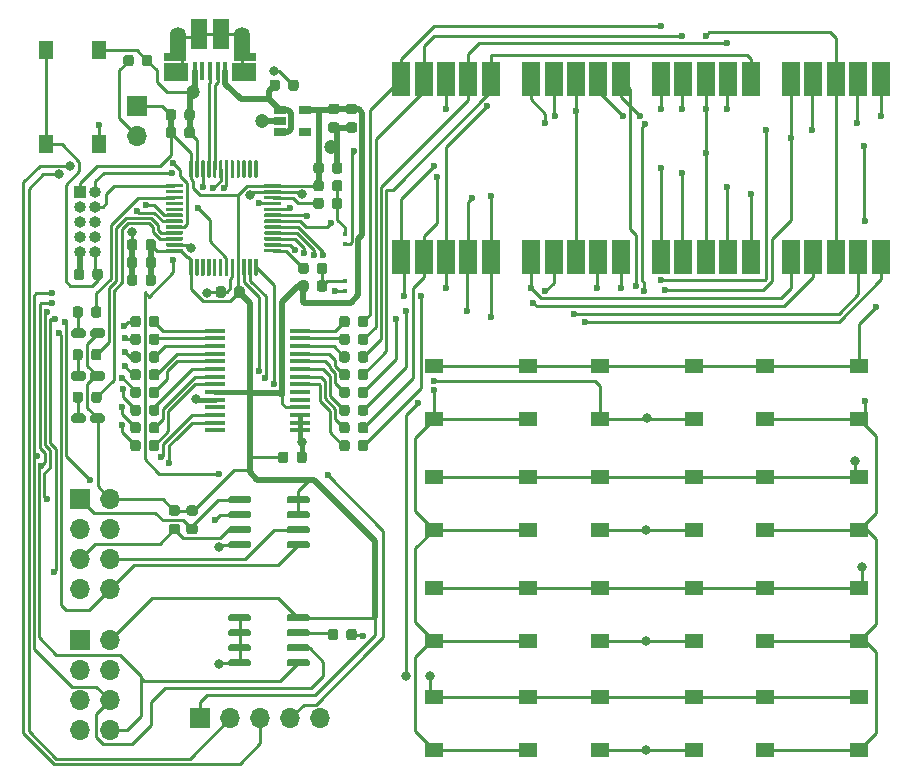
<source format=gbr>
%TF.GenerationSoftware,KiCad,Pcbnew,5.1.6~rc1+dfsg1-1+b1*%
%TF.CreationDate,2020-05-12T21:29:27-07:00*%
%TF.ProjectId,target_board,74617267-6574-45f6-926f-6172642e6b69,rev?*%
%TF.SameCoordinates,Original*%
%TF.FileFunction,Copper,L1,Top*%
%TF.FilePolarity,Positive*%
%FSLAX46Y46*%
G04 Gerber Fmt 4.6, Leading zero omitted, Abs format (unit mm)*
G04 Created by KiCad (PCBNEW 5.1.6~rc1+dfsg1-1+b1) date 2020-05-12 21:29:27*
%MOMM*%
%LPD*%
G01*
G04 APERTURE LIST*
%TA.AperFunction,SMDPad,CuDef*%
%ADD10R,1.550000X1.300000*%
%TD*%
%TA.AperFunction,SMDPad,CuDef*%
%ADD11R,1.350000X2.000000*%
%TD*%
%TA.AperFunction,SMDPad,CuDef*%
%ADD12R,1.825000X0.700000*%
%TD*%
%TA.AperFunction,SMDPad,CuDef*%
%ADD13R,2.000000X1.500000*%
%TD*%
%TA.AperFunction,SMDPad,CuDef*%
%ADD14R,0.400000X1.650000*%
%TD*%
%TA.AperFunction,ComponentPad*%
%ADD15O,1.100000X1.500000*%
%TD*%
%TA.AperFunction,ComponentPad*%
%ADD16O,1.350000X1.700000*%
%TD*%
%TA.AperFunction,SMDPad,CuDef*%
%ADD17R,1.430000X2.500000*%
%TD*%
%TA.AperFunction,ComponentPad*%
%ADD18R,1.700000X1.700000*%
%TD*%
%TA.AperFunction,ComponentPad*%
%ADD19O,1.700000X1.700000*%
%TD*%
%TA.AperFunction,ComponentPad*%
%ADD20R,1.000000X1.000000*%
%TD*%
%TA.AperFunction,ComponentPad*%
%ADD21O,1.000000X1.000000*%
%TD*%
%TA.AperFunction,SMDPad,CuDef*%
%ADD22R,0.450000X0.400000*%
%TD*%
%TA.AperFunction,SMDPad,CuDef*%
%ADD23R,0.450000X0.500000*%
%TD*%
%TA.AperFunction,SMDPad,CuDef*%
%ADD24R,1.300000X1.550000*%
%TD*%
%TA.AperFunction,SMDPad,CuDef*%
%ADD25R,1.060000X0.650000*%
%TD*%
%TA.AperFunction,SMDPad,CuDef*%
%ADD26R,1.650000X3.000000*%
%TD*%
%TA.AperFunction,SMDPad,CuDef*%
%ADD27R,1.750000X0.450000*%
%TD*%
%TA.AperFunction,ViaPad*%
%ADD28C,1.200000*%
%TD*%
%TA.AperFunction,ViaPad*%
%ADD29C,0.800000*%
%TD*%
%TA.AperFunction,ViaPad*%
%ADD30C,0.600000*%
%TD*%
%TA.AperFunction,Conductor*%
%ADD31C,0.500000*%
%TD*%
%TA.AperFunction,Conductor*%
%ADD32C,0.250000*%
%TD*%
%TA.AperFunction,Conductor*%
%ADD33C,0.400000*%
%TD*%
G04 APERTURE END LIST*
D10*
%TO.P,SW6,2*%
%TO.N,/COL2*%
X78020000Y-71250000D03*
%TO.P,SW6,1*%
%TO.N,/ROW1*%
X78020000Y-66750000D03*
X85980000Y-66750000D03*
%TO.P,SW6,2*%
%TO.N,/COL2*%
X85980000Y-71250000D03*
%TD*%
%TO.P,SW5,2*%
%TO.N,/COL1*%
X71980000Y-99250000D03*
%TO.P,SW5,1*%
%TO.N,/ROW4*%
X71980000Y-94750000D03*
X64020000Y-94750000D03*
%TO.P,SW5,2*%
%TO.N,/COL1*%
X64020000Y-99250000D03*
%TD*%
%TO.P,U3,1*%
%TO.N,VCC*%
%TA.AperFunction,SMDPad,CuDef*%
G36*
G01*
X43487500Y-59150000D02*
X43337500Y-59150000D01*
G75*
G02*
X43262500Y-59075000I0J75000D01*
G01*
X43262500Y-57750000D01*
G75*
G02*
X43337500Y-57675000I75000J0D01*
G01*
X43487500Y-57675000D01*
G75*
G02*
X43562500Y-57750000I0J-75000D01*
G01*
X43562500Y-59075000D01*
G75*
G02*
X43487500Y-59150000I-75000J0D01*
G01*
G37*
%TD.AperFunction*%
%TO.P,U3,2*%
%TO.N,Net-(U3-Pad2)*%
%TA.AperFunction,SMDPad,CuDef*%
G36*
G01*
X43987500Y-59150000D02*
X43837500Y-59150000D01*
G75*
G02*
X43762500Y-59075000I0J75000D01*
G01*
X43762500Y-57750000D01*
G75*
G02*
X43837500Y-57675000I75000J0D01*
G01*
X43987500Y-57675000D01*
G75*
G02*
X44062500Y-57750000I0J-75000D01*
G01*
X44062500Y-59075000D01*
G75*
G02*
X43987500Y-59150000I-75000J0D01*
G01*
G37*
%TD.AperFunction*%
%TO.P,U3,3*%
%TO.N,Net-(U3-Pad3)*%
%TA.AperFunction,SMDPad,CuDef*%
G36*
G01*
X44487500Y-59150000D02*
X44337500Y-59150000D01*
G75*
G02*
X44262500Y-59075000I0J75000D01*
G01*
X44262500Y-57750000D01*
G75*
G02*
X44337500Y-57675000I75000J0D01*
G01*
X44487500Y-57675000D01*
G75*
G02*
X44562500Y-57750000I0J-75000D01*
G01*
X44562500Y-59075000D01*
G75*
G02*
X44487500Y-59150000I-75000J0D01*
G01*
G37*
%TD.AperFunction*%
%TO.P,U3,4*%
%TO.N,Net-(U3-Pad4)*%
%TA.AperFunction,SMDPad,CuDef*%
G36*
G01*
X44987500Y-59150000D02*
X44837500Y-59150000D01*
G75*
G02*
X44762500Y-59075000I0J75000D01*
G01*
X44762500Y-57750000D01*
G75*
G02*
X44837500Y-57675000I75000J0D01*
G01*
X44987500Y-57675000D01*
G75*
G02*
X45062500Y-57750000I0J-75000D01*
G01*
X45062500Y-59075000D01*
G75*
G02*
X44987500Y-59150000I-75000J0D01*
G01*
G37*
%TD.AperFunction*%
%TO.P,U3,5*%
%TO.N,Net-(U3-Pad5)*%
%TA.AperFunction,SMDPad,CuDef*%
G36*
G01*
X45487500Y-59150000D02*
X45337500Y-59150000D01*
G75*
G02*
X45262500Y-59075000I0J75000D01*
G01*
X45262500Y-57750000D01*
G75*
G02*
X45337500Y-57675000I75000J0D01*
G01*
X45487500Y-57675000D01*
G75*
G02*
X45562500Y-57750000I0J-75000D01*
G01*
X45562500Y-59075000D01*
G75*
G02*
X45487500Y-59150000I-75000J0D01*
G01*
G37*
%TD.AperFunction*%
%TO.P,U3,6*%
%TO.N,Net-(U3-Pad6)*%
%TA.AperFunction,SMDPad,CuDef*%
G36*
G01*
X45987500Y-59150000D02*
X45837500Y-59150000D01*
G75*
G02*
X45762500Y-59075000I0J75000D01*
G01*
X45762500Y-57750000D01*
G75*
G02*
X45837500Y-57675000I75000J0D01*
G01*
X45987500Y-57675000D01*
G75*
G02*
X46062500Y-57750000I0J-75000D01*
G01*
X46062500Y-59075000D01*
G75*
G02*
X45987500Y-59150000I-75000J0D01*
G01*
G37*
%TD.AperFunction*%
%TO.P,U3,7*%
%TO.N,/NRST*%
%TA.AperFunction,SMDPad,CuDef*%
G36*
G01*
X46487500Y-59150000D02*
X46337500Y-59150000D01*
G75*
G02*
X46262500Y-59075000I0J75000D01*
G01*
X46262500Y-57750000D01*
G75*
G02*
X46337500Y-57675000I75000J0D01*
G01*
X46487500Y-57675000D01*
G75*
G02*
X46562500Y-57750000I0J-75000D01*
G01*
X46562500Y-59075000D01*
G75*
G02*
X46487500Y-59150000I-75000J0D01*
G01*
G37*
%TD.AperFunction*%
%TO.P,U3,8*%
%TO.N,GND*%
%TA.AperFunction,SMDPad,CuDef*%
G36*
G01*
X46987500Y-59150000D02*
X46837500Y-59150000D01*
G75*
G02*
X46762500Y-59075000I0J75000D01*
G01*
X46762500Y-57750000D01*
G75*
G02*
X46837500Y-57675000I75000J0D01*
G01*
X46987500Y-57675000D01*
G75*
G02*
X47062500Y-57750000I0J-75000D01*
G01*
X47062500Y-59075000D01*
G75*
G02*
X46987500Y-59150000I-75000J0D01*
G01*
G37*
%TD.AperFunction*%
%TO.P,U3,9*%
%TO.N,VCC*%
%TA.AperFunction,SMDPad,CuDef*%
G36*
G01*
X47487500Y-59150000D02*
X47337500Y-59150000D01*
G75*
G02*
X47262500Y-59075000I0J75000D01*
G01*
X47262500Y-57750000D01*
G75*
G02*
X47337500Y-57675000I75000J0D01*
G01*
X47487500Y-57675000D01*
G75*
G02*
X47562500Y-57750000I0J-75000D01*
G01*
X47562500Y-59075000D01*
G75*
G02*
X47487500Y-59150000I-75000J0D01*
G01*
G37*
%TD.AperFunction*%
%TO.P,U3,10*%
%TO.N,/COL2*%
%TA.AperFunction,SMDPad,CuDef*%
G36*
G01*
X47987500Y-59150000D02*
X47837500Y-59150000D01*
G75*
G02*
X47762500Y-59075000I0J75000D01*
G01*
X47762500Y-57750000D01*
G75*
G02*
X47837500Y-57675000I75000J0D01*
G01*
X47987500Y-57675000D01*
G75*
G02*
X48062500Y-57750000I0J-75000D01*
G01*
X48062500Y-59075000D01*
G75*
G02*
X47987500Y-59150000I-75000J0D01*
G01*
G37*
%TD.AperFunction*%
%TO.P,U3,11*%
%TO.N,/COL1*%
%TA.AperFunction,SMDPad,CuDef*%
G36*
G01*
X48487500Y-59150000D02*
X48337500Y-59150000D01*
G75*
G02*
X48262500Y-59075000I0J75000D01*
G01*
X48262500Y-57750000D01*
G75*
G02*
X48337500Y-57675000I75000J0D01*
G01*
X48487500Y-57675000D01*
G75*
G02*
X48562500Y-57750000I0J-75000D01*
G01*
X48562500Y-59075000D01*
G75*
G02*
X48487500Y-59150000I-75000J0D01*
G01*
G37*
%TD.AperFunction*%
%TO.P,U3,12*%
%TO.N,/ROW4*%
%TA.AperFunction,SMDPad,CuDef*%
G36*
G01*
X48987500Y-59150000D02*
X48837500Y-59150000D01*
G75*
G02*
X48762500Y-59075000I0J75000D01*
G01*
X48762500Y-57750000D01*
G75*
G02*
X48837500Y-57675000I75000J0D01*
G01*
X48987500Y-57675000D01*
G75*
G02*
X49062500Y-57750000I0J-75000D01*
G01*
X49062500Y-59075000D01*
G75*
G02*
X48987500Y-59150000I-75000J0D01*
G01*
G37*
%TD.AperFunction*%
%TO.P,U3,13*%
%TO.N,/DISPA*%
%TA.AperFunction,SMDPad,CuDef*%
G36*
G01*
X50987500Y-57150000D02*
X49662500Y-57150000D01*
G75*
G02*
X49587500Y-57075000I0J75000D01*
G01*
X49587500Y-56925000D01*
G75*
G02*
X49662500Y-56850000I75000J0D01*
G01*
X50987500Y-56850000D01*
G75*
G02*
X51062500Y-56925000I0J-75000D01*
G01*
X51062500Y-57075000D01*
G75*
G02*
X50987500Y-57150000I-75000J0D01*
G01*
G37*
%TD.AperFunction*%
%TO.P,U3,14*%
%TO.N,/~CS*%
%TA.AperFunction,SMDPad,CuDef*%
G36*
G01*
X50987500Y-56650000D02*
X49662500Y-56650000D01*
G75*
G02*
X49587500Y-56575000I0J75000D01*
G01*
X49587500Y-56425000D01*
G75*
G02*
X49662500Y-56350000I75000J0D01*
G01*
X50987500Y-56350000D01*
G75*
G02*
X51062500Y-56425000I0J-75000D01*
G01*
X51062500Y-56575000D01*
G75*
G02*
X50987500Y-56650000I-75000J0D01*
G01*
G37*
%TD.AperFunction*%
%TO.P,U3,15*%
%TO.N,/SCK*%
%TA.AperFunction,SMDPad,CuDef*%
G36*
G01*
X50987500Y-56150000D02*
X49662500Y-56150000D01*
G75*
G02*
X49587500Y-56075000I0J75000D01*
G01*
X49587500Y-55925000D01*
G75*
G02*
X49662500Y-55850000I75000J0D01*
G01*
X50987500Y-55850000D01*
G75*
G02*
X51062500Y-55925000I0J-75000D01*
G01*
X51062500Y-56075000D01*
G75*
G02*
X50987500Y-56150000I-75000J0D01*
G01*
G37*
%TD.AperFunction*%
%TO.P,U3,16*%
%TO.N,/MISO*%
%TA.AperFunction,SMDPad,CuDef*%
G36*
G01*
X50987500Y-55650000D02*
X49662500Y-55650000D01*
G75*
G02*
X49587500Y-55575000I0J75000D01*
G01*
X49587500Y-55425000D01*
G75*
G02*
X49662500Y-55350000I75000J0D01*
G01*
X50987500Y-55350000D01*
G75*
G02*
X51062500Y-55425000I0J-75000D01*
G01*
X51062500Y-55575000D01*
G75*
G02*
X50987500Y-55650000I-75000J0D01*
G01*
G37*
%TD.AperFunction*%
%TO.P,U3,17*%
%TO.N,/MOSI*%
%TA.AperFunction,SMDPad,CuDef*%
G36*
G01*
X50987500Y-55150000D02*
X49662500Y-55150000D01*
G75*
G02*
X49587500Y-55075000I0J75000D01*
G01*
X49587500Y-54925000D01*
G75*
G02*
X49662500Y-54850000I75000J0D01*
G01*
X50987500Y-54850000D01*
G75*
G02*
X51062500Y-54925000I0J-75000D01*
G01*
X51062500Y-55075000D01*
G75*
G02*
X50987500Y-55150000I-75000J0D01*
G01*
G37*
%TD.AperFunction*%
%TO.P,U3,18*%
%TO.N,/ROW1*%
%TA.AperFunction,SMDPad,CuDef*%
G36*
G01*
X50987500Y-54650000D02*
X49662500Y-54650000D01*
G75*
G02*
X49587500Y-54575000I0J75000D01*
G01*
X49587500Y-54425000D01*
G75*
G02*
X49662500Y-54350000I75000J0D01*
G01*
X50987500Y-54350000D01*
G75*
G02*
X51062500Y-54425000I0J-75000D01*
G01*
X51062500Y-54575000D01*
G75*
G02*
X50987500Y-54650000I-75000J0D01*
G01*
G37*
%TD.AperFunction*%
%TO.P,U3,19*%
%TO.N,/ROW2*%
%TA.AperFunction,SMDPad,CuDef*%
G36*
G01*
X50987500Y-54150000D02*
X49662500Y-54150000D01*
G75*
G02*
X49587500Y-54075000I0J75000D01*
G01*
X49587500Y-53925000D01*
G75*
G02*
X49662500Y-53850000I75000J0D01*
G01*
X50987500Y-53850000D01*
G75*
G02*
X51062500Y-53925000I0J-75000D01*
G01*
X51062500Y-54075000D01*
G75*
G02*
X50987500Y-54150000I-75000J0D01*
G01*
G37*
%TD.AperFunction*%
%TO.P,U3,20*%
%TO.N,/ROW3*%
%TA.AperFunction,SMDPad,CuDef*%
G36*
G01*
X50987500Y-53650000D02*
X49662500Y-53650000D01*
G75*
G02*
X49587500Y-53575000I0J75000D01*
G01*
X49587500Y-53425000D01*
G75*
G02*
X49662500Y-53350000I75000J0D01*
G01*
X50987500Y-53350000D01*
G75*
G02*
X51062500Y-53425000I0J-75000D01*
G01*
X51062500Y-53575000D01*
G75*
G02*
X50987500Y-53650000I-75000J0D01*
G01*
G37*
%TD.AperFunction*%
%TO.P,U3,21*%
%TO.N,/COL3*%
%TA.AperFunction,SMDPad,CuDef*%
G36*
G01*
X50987500Y-53150000D02*
X49662500Y-53150000D01*
G75*
G02*
X49587500Y-53075000I0J75000D01*
G01*
X49587500Y-52925000D01*
G75*
G02*
X49662500Y-52850000I75000J0D01*
G01*
X50987500Y-52850000D01*
G75*
G02*
X51062500Y-52925000I0J-75000D01*
G01*
X51062500Y-53075000D01*
G75*
G02*
X50987500Y-53150000I-75000J0D01*
G01*
G37*
%TD.AperFunction*%
%TO.P,U3,22*%
%TO.N,/DISPB*%
%TA.AperFunction,SMDPad,CuDef*%
G36*
G01*
X50987500Y-52650000D02*
X49662500Y-52650000D01*
G75*
G02*
X49587500Y-52575000I0J75000D01*
G01*
X49587500Y-52425000D01*
G75*
G02*
X49662500Y-52350000I75000J0D01*
G01*
X50987500Y-52350000D01*
G75*
G02*
X51062500Y-52425000I0J-75000D01*
G01*
X51062500Y-52575000D01*
G75*
G02*
X50987500Y-52650000I-75000J0D01*
G01*
G37*
%TD.AperFunction*%
%TO.P,U3,23*%
%TO.N,GND*%
%TA.AperFunction,SMDPad,CuDef*%
G36*
G01*
X50987500Y-52150000D02*
X49662500Y-52150000D01*
G75*
G02*
X49587500Y-52075000I0J75000D01*
G01*
X49587500Y-51925000D01*
G75*
G02*
X49662500Y-51850000I75000J0D01*
G01*
X50987500Y-51850000D01*
G75*
G02*
X51062500Y-51925000I0J-75000D01*
G01*
X51062500Y-52075000D01*
G75*
G02*
X50987500Y-52150000I-75000J0D01*
G01*
G37*
%TD.AperFunction*%
%TO.P,U3,24*%
%TO.N,VCC*%
%TA.AperFunction,SMDPad,CuDef*%
G36*
G01*
X50987500Y-51650000D02*
X49662500Y-51650000D01*
G75*
G02*
X49587500Y-51575000I0J75000D01*
G01*
X49587500Y-51425000D01*
G75*
G02*
X49662500Y-51350000I75000J0D01*
G01*
X50987500Y-51350000D01*
G75*
G02*
X51062500Y-51425000I0J-75000D01*
G01*
X51062500Y-51575000D01*
G75*
G02*
X50987500Y-51650000I-75000J0D01*
G01*
G37*
%TD.AperFunction*%
%TO.P,U3,25*%
%TO.N,Net-(U3-Pad25)*%
%TA.AperFunction,SMDPad,CuDef*%
G36*
G01*
X48987500Y-50825000D02*
X48837500Y-50825000D01*
G75*
G02*
X48762500Y-50750000I0J75000D01*
G01*
X48762500Y-49425000D01*
G75*
G02*
X48837500Y-49350000I75000J0D01*
G01*
X48987500Y-49350000D01*
G75*
G02*
X49062500Y-49425000I0J-75000D01*
G01*
X49062500Y-50750000D01*
G75*
G02*
X48987500Y-50825000I-75000J0D01*
G01*
G37*
%TD.AperFunction*%
%TO.P,U3,26*%
%TO.N,Net-(U3-Pad26)*%
%TA.AperFunction,SMDPad,CuDef*%
G36*
G01*
X48487500Y-50825000D02*
X48337500Y-50825000D01*
G75*
G02*
X48262500Y-50750000I0J75000D01*
G01*
X48262500Y-49425000D01*
G75*
G02*
X48337500Y-49350000I75000J0D01*
G01*
X48487500Y-49350000D01*
G75*
G02*
X48562500Y-49425000I0J-75000D01*
G01*
X48562500Y-50750000D01*
G75*
G02*
X48487500Y-50825000I-75000J0D01*
G01*
G37*
%TD.AperFunction*%
%TO.P,U3,27*%
%TO.N,Net-(U3-Pad27)*%
%TA.AperFunction,SMDPad,CuDef*%
G36*
G01*
X47987500Y-50825000D02*
X47837500Y-50825000D01*
G75*
G02*
X47762500Y-50750000I0J75000D01*
G01*
X47762500Y-49425000D01*
G75*
G02*
X47837500Y-49350000I75000J0D01*
G01*
X47987500Y-49350000D01*
G75*
G02*
X48062500Y-49425000I0J-75000D01*
G01*
X48062500Y-50750000D01*
G75*
G02*
X47987500Y-50825000I-75000J0D01*
G01*
G37*
%TD.AperFunction*%
%TO.P,U3,28*%
%TO.N,Net-(U3-Pad28)*%
%TA.AperFunction,SMDPad,CuDef*%
G36*
G01*
X47487500Y-50825000D02*
X47337500Y-50825000D01*
G75*
G02*
X47262500Y-50750000I0J75000D01*
G01*
X47262500Y-49425000D01*
G75*
G02*
X47337500Y-49350000I75000J0D01*
G01*
X47487500Y-49350000D01*
G75*
G02*
X47562500Y-49425000I0J-75000D01*
G01*
X47562500Y-50750000D01*
G75*
G02*
X47487500Y-50825000I-75000J0D01*
G01*
G37*
%TD.AperFunction*%
%TO.P,U3,29*%
%TO.N,Net-(U3-Pad29)*%
%TA.AperFunction,SMDPad,CuDef*%
G36*
G01*
X46987500Y-50825000D02*
X46837500Y-50825000D01*
G75*
G02*
X46762500Y-50750000I0J75000D01*
G01*
X46762500Y-49425000D01*
G75*
G02*
X46837500Y-49350000I75000J0D01*
G01*
X46987500Y-49350000D01*
G75*
G02*
X47062500Y-49425000I0J-75000D01*
G01*
X47062500Y-50750000D01*
G75*
G02*
X46987500Y-50825000I-75000J0D01*
G01*
G37*
%TD.AperFunction*%
%TO.P,U3,30*%
%TO.N,/UART1_TX*%
%TA.AperFunction,SMDPad,CuDef*%
G36*
G01*
X46487500Y-50825000D02*
X46337500Y-50825000D01*
G75*
G02*
X46262500Y-50750000I0J75000D01*
G01*
X46262500Y-49425000D01*
G75*
G02*
X46337500Y-49350000I75000J0D01*
G01*
X46487500Y-49350000D01*
G75*
G02*
X46562500Y-49425000I0J-75000D01*
G01*
X46562500Y-50750000D01*
G75*
G02*
X46487500Y-50825000I-75000J0D01*
G01*
G37*
%TD.AperFunction*%
%TO.P,U3,31*%
%TO.N,/UART1_RX*%
%TA.AperFunction,SMDPad,CuDef*%
G36*
G01*
X45987500Y-50825000D02*
X45837500Y-50825000D01*
G75*
G02*
X45762500Y-50750000I0J75000D01*
G01*
X45762500Y-49425000D01*
G75*
G02*
X45837500Y-49350000I75000J0D01*
G01*
X45987500Y-49350000D01*
G75*
G02*
X46062500Y-49425000I0J-75000D01*
G01*
X46062500Y-50750000D01*
G75*
G02*
X45987500Y-50825000I-75000J0D01*
G01*
G37*
%TD.AperFunction*%
%TO.P,U3,32*%
%TO.N,/USB_N*%
%TA.AperFunction,SMDPad,CuDef*%
G36*
G01*
X45487500Y-50825000D02*
X45337500Y-50825000D01*
G75*
G02*
X45262500Y-50750000I0J75000D01*
G01*
X45262500Y-49425000D01*
G75*
G02*
X45337500Y-49350000I75000J0D01*
G01*
X45487500Y-49350000D01*
G75*
G02*
X45562500Y-49425000I0J-75000D01*
G01*
X45562500Y-50750000D01*
G75*
G02*
X45487500Y-50825000I-75000J0D01*
G01*
G37*
%TD.AperFunction*%
%TO.P,U3,33*%
%TO.N,/USB_P*%
%TA.AperFunction,SMDPad,CuDef*%
G36*
G01*
X44987500Y-50825000D02*
X44837500Y-50825000D01*
G75*
G02*
X44762500Y-50750000I0J75000D01*
G01*
X44762500Y-49425000D01*
G75*
G02*
X44837500Y-49350000I75000J0D01*
G01*
X44987500Y-49350000D01*
G75*
G02*
X45062500Y-49425000I0J-75000D01*
G01*
X45062500Y-50750000D01*
G75*
G02*
X44987500Y-50825000I-75000J0D01*
G01*
G37*
%TD.AperFunction*%
%TO.P,U3,34*%
%TO.N,/SWDIO*%
%TA.AperFunction,SMDPad,CuDef*%
G36*
G01*
X44487500Y-50825000D02*
X44337500Y-50825000D01*
G75*
G02*
X44262500Y-50750000I0J75000D01*
G01*
X44262500Y-49425000D01*
G75*
G02*
X44337500Y-49350000I75000J0D01*
G01*
X44487500Y-49350000D01*
G75*
G02*
X44562500Y-49425000I0J-75000D01*
G01*
X44562500Y-50750000D01*
G75*
G02*
X44487500Y-50825000I-75000J0D01*
G01*
G37*
%TD.AperFunction*%
%TO.P,U3,35*%
%TO.N,GND*%
%TA.AperFunction,SMDPad,CuDef*%
G36*
G01*
X43987500Y-50825000D02*
X43837500Y-50825000D01*
G75*
G02*
X43762500Y-50750000I0J75000D01*
G01*
X43762500Y-49425000D01*
G75*
G02*
X43837500Y-49350000I75000J0D01*
G01*
X43987500Y-49350000D01*
G75*
G02*
X44062500Y-49425000I0J-75000D01*
G01*
X44062500Y-50750000D01*
G75*
G02*
X43987500Y-50825000I-75000J0D01*
G01*
G37*
%TD.AperFunction*%
%TO.P,U3,36*%
%TO.N,VCC*%
%TA.AperFunction,SMDPad,CuDef*%
G36*
G01*
X43487500Y-50825000D02*
X43337500Y-50825000D01*
G75*
G02*
X43262500Y-50750000I0J75000D01*
G01*
X43262500Y-49425000D01*
G75*
G02*
X43337500Y-49350000I75000J0D01*
G01*
X43487500Y-49350000D01*
G75*
G02*
X43562500Y-49425000I0J-75000D01*
G01*
X43562500Y-50750000D01*
G75*
G02*
X43487500Y-50825000I-75000J0D01*
G01*
G37*
%TD.AperFunction*%
%TO.P,U3,37*%
%TO.N,/SWCLK*%
%TA.AperFunction,SMDPad,CuDef*%
G36*
G01*
X42662500Y-51650000D02*
X41337500Y-51650000D01*
G75*
G02*
X41262500Y-51575000I0J75000D01*
G01*
X41262500Y-51425000D01*
G75*
G02*
X41337500Y-51350000I75000J0D01*
G01*
X42662500Y-51350000D01*
G75*
G02*
X42737500Y-51425000I0J-75000D01*
G01*
X42737500Y-51575000D01*
G75*
G02*
X42662500Y-51650000I-75000J0D01*
G01*
G37*
%TD.AperFunction*%
%TO.P,U3,38*%
%TO.N,Net-(U3-Pad38)*%
%TA.AperFunction,SMDPad,CuDef*%
G36*
G01*
X42662500Y-52150000D02*
X41337500Y-52150000D01*
G75*
G02*
X41262500Y-52075000I0J75000D01*
G01*
X41262500Y-51925000D01*
G75*
G02*
X41337500Y-51850000I75000J0D01*
G01*
X42662500Y-51850000D01*
G75*
G02*
X42737500Y-51925000I0J-75000D01*
G01*
X42737500Y-52075000D01*
G75*
G02*
X42662500Y-52150000I-75000J0D01*
G01*
G37*
%TD.AperFunction*%
%TO.P,U3,39*%
%TO.N,/LED_R*%
%TA.AperFunction,SMDPad,CuDef*%
G36*
G01*
X42662500Y-52650000D02*
X41337500Y-52650000D01*
G75*
G02*
X41262500Y-52575000I0J75000D01*
G01*
X41262500Y-52425000D01*
G75*
G02*
X41337500Y-52350000I75000J0D01*
G01*
X42662500Y-52350000D01*
G75*
G02*
X42737500Y-52425000I0J-75000D01*
G01*
X42737500Y-52575000D01*
G75*
G02*
X42662500Y-52650000I-75000J0D01*
G01*
G37*
%TD.AperFunction*%
%TO.P,U3,40*%
%TO.N,Net-(U3-Pad40)*%
%TA.AperFunction,SMDPad,CuDef*%
G36*
G01*
X42662500Y-53150000D02*
X41337500Y-53150000D01*
G75*
G02*
X41262500Y-53075000I0J75000D01*
G01*
X41262500Y-52925000D01*
G75*
G02*
X41337500Y-52850000I75000J0D01*
G01*
X42662500Y-52850000D01*
G75*
G02*
X42737500Y-52925000I0J-75000D01*
G01*
X42737500Y-53075000D01*
G75*
G02*
X42662500Y-53150000I-75000J0D01*
G01*
G37*
%TD.AperFunction*%
%TO.P,U3,41*%
%TO.N,Net-(U3-Pad41)*%
%TA.AperFunction,SMDPad,CuDef*%
G36*
G01*
X42662500Y-53650000D02*
X41337500Y-53650000D01*
G75*
G02*
X41262500Y-53575000I0J75000D01*
G01*
X41262500Y-53425000D01*
G75*
G02*
X41337500Y-53350000I75000J0D01*
G01*
X42662500Y-53350000D01*
G75*
G02*
X42737500Y-53425000I0J-75000D01*
G01*
X42737500Y-53575000D01*
G75*
G02*
X42662500Y-53650000I-75000J0D01*
G01*
G37*
%TD.AperFunction*%
%TO.P,U3,42*%
%TO.N,/SCL*%
%TA.AperFunction,SMDPad,CuDef*%
G36*
G01*
X42662500Y-54150000D02*
X41337500Y-54150000D01*
G75*
G02*
X41262500Y-54075000I0J75000D01*
G01*
X41262500Y-53925000D01*
G75*
G02*
X41337500Y-53850000I75000J0D01*
G01*
X42662500Y-53850000D01*
G75*
G02*
X42737500Y-53925000I0J-75000D01*
G01*
X42737500Y-54075000D01*
G75*
G02*
X42662500Y-54150000I-75000J0D01*
G01*
G37*
%TD.AperFunction*%
%TO.P,U3,43*%
%TO.N,/SDA*%
%TA.AperFunction,SMDPad,CuDef*%
G36*
G01*
X42662500Y-54650000D02*
X41337500Y-54650000D01*
G75*
G02*
X41262500Y-54575000I0J75000D01*
G01*
X41262500Y-54425000D01*
G75*
G02*
X41337500Y-54350000I75000J0D01*
G01*
X42662500Y-54350000D01*
G75*
G02*
X42737500Y-54425000I0J-75000D01*
G01*
X42737500Y-54575000D01*
G75*
G02*
X42662500Y-54650000I-75000J0D01*
G01*
G37*
%TD.AperFunction*%
%TO.P,U3,44*%
%TO.N,/BOOT0*%
%TA.AperFunction,SMDPad,CuDef*%
G36*
G01*
X42662500Y-55150000D02*
X41337500Y-55150000D01*
G75*
G02*
X41262500Y-55075000I0J75000D01*
G01*
X41262500Y-54925000D01*
G75*
G02*
X41337500Y-54850000I75000J0D01*
G01*
X42662500Y-54850000D01*
G75*
G02*
X42737500Y-54925000I0J-75000D01*
G01*
X42737500Y-55075000D01*
G75*
G02*
X42662500Y-55150000I-75000J0D01*
G01*
G37*
%TD.AperFunction*%
%TO.P,U3,45*%
%TO.N,/LED_Y*%
%TA.AperFunction,SMDPad,CuDef*%
G36*
G01*
X42662500Y-55650000D02*
X41337500Y-55650000D01*
G75*
G02*
X41262500Y-55575000I0J75000D01*
G01*
X41262500Y-55425000D01*
G75*
G02*
X41337500Y-55350000I75000J0D01*
G01*
X42662500Y-55350000D01*
G75*
G02*
X42737500Y-55425000I0J-75000D01*
G01*
X42737500Y-55575000D01*
G75*
G02*
X42662500Y-55650000I-75000J0D01*
G01*
G37*
%TD.AperFunction*%
%TO.P,U3,46*%
%TO.N,/LED_G*%
%TA.AperFunction,SMDPad,CuDef*%
G36*
G01*
X42662500Y-56150000D02*
X41337500Y-56150000D01*
G75*
G02*
X41262500Y-56075000I0J75000D01*
G01*
X41262500Y-55925000D01*
G75*
G02*
X41337500Y-55850000I75000J0D01*
G01*
X42662500Y-55850000D01*
G75*
G02*
X42737500Y-55925000I0J-75000D01*
G01*
X42737500Y-56075000D01*
G75*
G02*
X42662500Y-56150000I-75000J0D01*
G01*
G37*
%TD.AperFunction*%
%TO.P,U3,47*%
%TO.N,GND*%
%TA.AperFunction,SMDPad,CuDef*%
G36*
G01*
X42662500Y-56650000D02*
X41337500Y-56650000D01*
G75*
G02*
X41262500Y-56575000I0J75000D01*
G01*
X41262500Y-56425000D01*
G75*
G02*
X41337500Y-56350000I75000J0D01*
G01*
X42662500Y-56350000D01*
G75*
G02*
X42737500Y-56425000I0J-75000D01*
G01*
X42737500Y-56575000D01*
G75*
G02*
X42662500Y-56650000I-75000J0D01*
G01*
G37*
%TD.AperFunction*%
%TO.P,U3,48*%
%TO.N,VCC*%
%TA.AperFunction,SMDPad,CuDef*%
G36*
G01*
X42662500Y-57150000D02*
X41337500Y-57150000D01*
G75*
G02*
X41262500Y-57075000I0J75000D01*
G01*
X41262500Y-56925000D01*
G75*
G02*
X41337500Y-56850000I75000J0D01*
G01*
X42662500Y-56850000D01*
G75*
G02*
X42737500Y-56925000I0J-75000D01*
G01*
X42737500Y-57075000D01*
G75*
G02*
X42662500Y-57150000I-75000J0D01*
G01*
G37*
%TD.AperFunction*%
%TD*%
%TO.P,C1,2*%
%TO.N,GND*%
%TA.AperFunction,SMDPad,CuDef*%
G36*
G01*
X34362500Y-58743750D02*
X34362500Y-59256250D01*
G75*
G02*
X34143750Y-59475000I-218750J0D01*
G01*
X33706250Y-59475000D01*
G75*
G02*
X33487500Y-59256250I0J218750D01*
G01*
X33487500Y-58743750D01*
G75*
G02*
X33706250Y-58525000I218750J0D01*
G01*
X34143750Y-58525000D01*
G75*
G02*
X34362500Y-58743750I0J-218750D01*
G01*
G37*
%TD.AperFunction*%
%TO.P,C1,1*%
%TO.N,/NRST*%
%TA.AperFunction,SMDPad,CuDef*%
G36*
G01*
X35937500Y-58743750D02*
X35937500Y-59256250D01*
G75*
G02*
X35718750Y-59475000I-218750J0D01*
G01*
X35281250Y-59475000D01*
G75*
G02*
X35062500Y-59256250I0J218750D01*
G01*
X35062500Y-58743750D01*
G75*
G02*
X35281250Y-58525000I218750J0D01*
G01*
X35718750Y-58525000D01*
G75*
G02*
X35937500Y-58743750I0J-218750D01*
G01*
G37*
%TD.AperFunction*%
%TD*%
%TO.P,C2,2*%
%TO.N,GND*%
%TA.AperFunction,SMDPad,CuDef*%
G36*
G01*
X51637500Y-43256250D02*
X51637500Y-42743750D01*
G75*
G02*
X51856250Y-42525000I218750J0D01*
G01*
X52293750Y-42525000D01*
G75*
G02*
X52512500Y-42743750I0J-218750D01*
G01*
X52512500Y-43256250D01*
G75*
G02*
X52293750Y-43475000I-218750J0D01*
G01*
X51856250Y-43475000D01*
G75*
G02*
X51637500Y-43256250I0J218750D01*
G01*
G37*
%TD.AperFunction*%
%TO.P,C2,1*%
%TO.N,Net-(C2-Pad1)*%
%TA.AperFunction,SMDPad,CuDef*%
G36*
G01*
X50062500Y-43256250D02*
X50062500Y-42743750D01*
G75*
G02*
X50281250Y-42525000I218750J0D01*
G01*
X50718750Y-42525000D01*
G75*
G02*
X50937500Y-42743750I0J-218750D01*
G01*
X50937500Y-43256250D01*
G75*
G02*
X50718750Y-43475000I-218750J0D01*
G01*
X50281250Y-43475000D01*
G75*
G02*
X50062500Y-43256250I0J218750D01*
G01*
G37*
%TD.AperFunction*%
%TD*%
%TO.P,C3,2*%
%TO.N,GND*%
%TA.AperFunction,SMDPad,CuDef*%
G36*
G01*
X55243750Y-46137500D02*
X55756250Y-46137500D01*
G75*
G02*
X55975000Y-46356250I0J-218750D01*
G01*
X55975000Y-46793750D01*
G75*
G02*
X55756250Y-47012500I-218750J0D01*
G01*
X55243750Y-47012500D01*
G75*
G02*
X55025000Y-46793750I0J218750D01*
G01*
X55025000Y-46356250D01*
G75*
G02*
X55243750Y-46137500I218750J0D01*
G01*
G37*
%TD.AperFunction*%
%TO.P,C3,1*%
%TO.N,VCC*%
%TA.AperFunction,SMDPad,CuDef*%
G36*
G01*
X55243750Y-44562500D02*
X55756250Y-44562500D01*
G75*
G02*
X55975000Y-44781250I0J-218750D01*
G01*
X55975000Y-45218750D01*
G75*
G02*
X55756250Y-45437500I-218750J0D01*
G01*
X55243750Y-45437500D01*
G75*
G02*
X55025000Y-45218750I0J218750D01*
G01*
X55025000Y-44781250D01*
G75*
G02*
X55243750Y-44562500I218750J0D01*
G01*
G37*
%TD.AperFunction*%
%TD*%
%TO.P,C4,2*%
%TO.N,GND*%
%TA.AperFunction,SMDPad,CuDef*%
G36*
G01*
X38862500Y-57743750D02*
X38862500Y-58256250D01*
G75*
G02*
X38643750Y-58475000I-218750J0D01*
G01*
X38206250Y-58475000D01*
G75*
G02*
X37987500Y-58256250I0J218750D01*
G01*
X37987500Y-57743750D01*
G75*
G02*
X38206250Y-57525000I218750J0D01*
G01*
X38643750Y-57525000D01*
G75*
G02*
X38862500Y-57743750I0J-218750D01*
G01*
G37*
%TD.AperFunction*%
%TO.P,C4,1*%
%TO.N,VCC*%
%TA.AperFunction,SMDPad,CuDef*%
G36*
G01*
X40437500Y-57743750D02*
X40437500Y-58256250D01*
G75*
G02*
X40218750Y-58475000I-218750J0D01*
G01*
X39781250Y-58475000D01*
G75*
G02*
X39562500Y-58256250I0J218750D01*
G01*
X39562500Y-57743750D01*
G75*
G02*
X39781250Y-57525000I218750J0D01*
G01*
X40218750Y-57525000D01*
G75*
G02*
X40437500Y-57743750I0J-218750D01*
G01*
G37*
%TD.AperFunction*%
%TD*%
%TO.P,C5,1*%
%TO.N,VCC*%
%TA.AperFunction,SMDPad,CuDef*%
G36*
G01*
X41275000Y-45756250D02*
X41275000Y-45243750D01*
G75*
G02*
X41493750Y-45025000I218750J0D01*
G01*
X41931250Y-45025000D01*
G75*
G02*
X42150000Y-45243750I0J-218750D01*
G01*
X42150000Y-45756250D01*
G75*
G02*
X41931250Y-45975000I-218750J0D01*
G01*
X41493750Y-45975000D01*
G75*
G02*
X41275000Y-45756250I0J218750D01*
G01*
G37*
%TD.AperFunction*%
%TO.P,C5,2*%
%TO.N,GND*%
%TA.AperFunction,SMDPad,CuDef*%
G36*
G01*
X42850000Y-45756250D02*
X42850000Y-45243750D01*
G75*
G02*
X43068750Y-45025000I218750J0D01*
G01*
X43506250Y-45025000D01*
G75*
G02*
X43725000Y-45243750I0J-218750D01*
G01*
X43725000Y-45756250D01*
G75*
G02*
X43506250Y-45975000I-218750J0D01*
G01*
X43068750Y-45975000D01*
G75*
G02*
X42850000Y-45756250I0J218750D01*
G01*
G37*
%TD.AperFunction*%
%TD*%
%TO.P,C6,2*%
%TO.N,GND*%
%TA.AperFunction,SMDPad,CuDef*%
G36*
G01*
X38862500Y-59243750D02*
X38862500Y-59756250D01*
G75*
G02*
X38643750Y-59975000I-218750J0D01*
G01*
X38206250Y-59975000D01*
G75*
G02*
X37987500Y-59756250I0J218750D01*
G01*
X37987500Y-59243750D01*
G75*
G02*
X38206250Y-59025000I218750J0D01*
G01*
X38643750Y-59025000D01*
G75*
G02*
X38862500Y-59243750I0J-218750D01*
G01*
G37*
%TD.AperFunction*%
%TO.P,C6,1*%
%TO.N,VCC*%
%TA.AperFunction,SMDPad,CuDef*%
G36*
G01*
X40437500Y-59243750D02*
X40437500Y-59756250D01*
G75*
G02*
X40218750Y-59975000I-218750J0D01*
G01*
X39781250Y-59975000D01*
G75*
G02*
X39562500Y-59756250I0J218750D01*
G01*
X39562500Y-59243750D01*
G75*
G02*
X39781250Y-59025000I218750J0D01*
G01*
X40218750Y-59025000D01*
G75*
G02*
X40437500Y-59243750I0J-218750D01*
G01*
G37*
%TD.AperFunction*%
%TD*%
%TO.P,C7,1*%
%TO.N,VCC*%
%TA.AperFunction,SMDPad,CuDef*%
G36*
G01*
X53775000Y-50256250D02*
X53775000Y-49743750D01*
G75*
G02*
X53993750Y-49525000I218750J0D01*
G01*
X54431250Y-49525000D01*
G75*
G02*
X54650000Y-49743750I0J-218750D01*
G01*
X54650000Y-50256250D01*
G75*
G02*
X54431250Y-50475000I-218750J0D01*
G01*
X53993750Y-50475000D01*
G75*
G02*
X53775000Y-50256250I0J218750D01*
G01*
G37*
%TD.AperFunction*%
%TO.P,C7,2*%
%TO.N,GND*%
%TA.AperFunction,SMDPad,CuDef*%
G36*
G01*
X55350000Y-50256250D02*
X55350000Y-49743750D01*
G75*
G02*
X55568750Y-49525000I218750J0D01*
G01*
X56006250Y-49525000D01*
G75*
G02*
X56225000Y-49743750I0J-218750D01*
G01*
X56225000Y-50256250D01*
G75*
G02*
X56006250Y-50475000I-218750J0D01*
G01*
X55568750Y-50475000D01*
G75*
G02*
X55350000Y-50256250I0J218750D01*
G01*
G37*
%TD.AperFunction*%
%TD*%
%TO.P,C8,1*%
%TO.N,VCC*%
%TA.AperFunction,SMDPad,CuDef*%
G36*
G01*
X56743750Y-44562500D02*
X57256250Y-44562500D01*
G75*
G02*
X57475000Y-44781250I0J-218750D01*
G01*
X57475000Y-45218750D01*
G75*
G02*
X57256250Y-45437500I-218750J0D01*
G01*
X56743750Y-45437500D01*
G75*
G02*
X56525000Y-45218750I0J218750D01*
G01*
X56525000Y-44781250D01*
G75*
G02*
X56743750Y-44562500I218750J0D01*
G01*
G37*
%TD.AperFunction*%
%TO.P,C8,2*%
%TO.N,GND*%
%TA.AperFunction,SMDPad,CuDef*%
G36*
G01*
X56743750Y-46137500D02*
X57256250Y-46137500D01*
G75*
G02*
X57475000Y-46356250I0J-218750D01*
G01*
X57475000Y-46793750D01*
G75*
G02*
X57256250Y-47012500I-218750J0D01*
G01*
X56743750Y-47012500D01*
G75*
G02*
X56525000Y-46793750I0J218750D01*
G01*
X56525000Y-46356250D01*
G75*
G02*
X56743750Y-46137500I218750J0D01*
G01*
G37*
%TD.AperFunction*%
%TD*%
%TO.P,C9,1*%
%TO.N,VCC*%
%TA.AperFunction,SMDPad,CuDef*%
G36*
G01*
X41275000Y-47256250D02*
X41275000Y-46743750D01*
G75*
G02*
X41493750Y-46525000I218750J0D01*
G01*
X41931250Y-46525000D01*
G75*
G02*
X42150000Y-46743750I0J-218750D01*
G01*
X42150000Y-47256250D01*
G75*
G02*
X41931250Y-47475000I-218750J0D01*
G01*
X41493750Y-47475000D01*
G75*
G02*
X41275000Y-47256250I0J218750D01*
G01*
G37*
%TD.AperFunction*%
%TO.P,C9,2*%
%TO.N,GND*%
%TA.AperFunction,SMDPad,CuDef*%
G36*
G01*
X42850000Y-47256250D02*
X42850000Y-46743750D01*
G75*
G02*
X43068750Y-46525000I218750J0D01*
G01*
X43506250Y-46525000D01*
G75*
G02*
X43725000Y-46743750I0J-218750D01*
G01*
X43725000Y-47256250D01*
G75*
G02*
X43506250Y-47475000I-218750J0D01*
G01*
X43068750Y-47475000D01*
G75*
G02*
X42850000Y-47256250I0J218750D01*
G01*
G37*
%TD.AperFunction*%
%TD*%
%TO.P,C10,2*%
%TO.N,GND*%
%TA.AperFunction,SMDPad,CuDef*%
G36*
G01*
X46362500Y-60243750D02*
X46362500Y-60756250D01*
G75*
G02*
X46143750Y-60975000I-218750J0D01*
G01*
X45706250Y-60975000D01*
G75*
G02*
X45487500Y-60756250I0J218750D01*
G01*
X45487500Y-60243750D01*
G75*
G02*
X45706250Y-60025000I218750J0D01*
G01*
X46143750Y-60025000D01*
G75*
G02*
X46362500Y-60243750I0J-218750D01*
G01*
G37*
%TD.AperFunction*%
%TO.P,C10,1*%
%TO.N,VCC*%
%TA.AperFunction,SMDPad,CuDef*%
G36*
G01*
X47937500Y-60243750D02*
X47937500Y-60756250D01*
G75*
G02*
X47718750Y-60975000I-218750J0D01*
G01*
X47281250Y-60975000D01*
G75*
G02*
X47062500Y-60756250I0J218750D01*
G01*
X47062500Y-60243750D01*
G75*
G02*
X47281250Y-60025000I218750J0D01*
G01*
X47718750Y-60025000D01*
G75*
G02*
X47937500Y-60243750I0J-218750D01*
G01*
G37*
%TD.AperFunction*%
%TD*%
%TO.P,C11,1*%
%TO.N,VCC*%
%TA.AperFunction,SMDPad,CuDef*%
G36*
G01*
X40437500Y-56243750D02*
X40437500Y-56756250D01*
G75*
G02*
X40218750Y-56975000I-218750J0D01*
G01*
X39781250Y-56975000D01*
G75*
G02*
X39562500Y-56756250I0J218750D01*
G01*
X39562500Y-56243750D01*
G75*
G02*
X39781250Y-56025000I218750J0D01*
G01*
X40218750Y-56025000D01*
G75*
G02*
X40437500Y-56243750I0J-218750D01*
G01*
G37*
%TD.AperFunction*%
%TO.P,C11,2*%
%TO.N,GND*%
%TA.AperFunction,SMDPad,CuDef*%
G36*
G01*
X38862500Y-56243750D02*
X38862500Y-56756250D01*
G75*
G02*
X38643750Y-56975000I-218750J0D01*
G01*
X38206250Y-56975000D01*
G75*
G02*
X37987500Y-56756250I0J218750D01*
G01*
X37987500Y-56243750D01*
G75*
G02*
X38206250Y-56025000I218750J0D01*
G01*
X38643750Y-56025000D01*
G75*
G02*
X38862500Y-56243750I0J-218750D01*
G01*
G37*
%TD.AperFunction*%
%TD*%
%TO.P,C12,1*%
%TO.N,GND*%
%TA.AperFunction,SMDPad,CuDef*%
G36*
G01*
X53225000Y-74243750D02*
X53225000Y-74756250D01*
G75*
G02*
X53006250Y-74975000I-218750J0D01*
G01*
X52568750Y-74975000D01*
G75*
G02*
X52350000Y-74756250I0J218750D01*
G01*
X52350000Y-74243750D01*
G75*
G02*
X52568750Y-74025000I218750J0D01*
G01*
X53006250Y-74025000D01*
G75*
G02*
X53225000Y-74243750I0J-218750D01*
G01*
G37*
%TD.AperFunction*%
%TO.P,C12,2*%
%TO.N,VCC*%
%TA.AperFunction,SMDPad,CuDef*%
G36*
G01*
X51650000Y-74243750D02*
X51650000Y-74756250D01*
G75*
G02*
X51431250Y-74975000I-218750J0D01*
G01*
X50993750Y-74975000D01*
G75*
G02*
X50775000Y-74756250I0J218750D01*
G01*
X50775000Y-74243750D01*
G75*
G02*
X50993750Y-74025000I218750J0D01*
G01*
X51431250Y-74025000D01*
G75*
G02*
X51650000Y-74243750I0J-218750D01*
G01*
G37*
%TD.AperFunction*%
%TD*%
%TO.P,D1,1*%
%TO.N,Net-(D1-Pad1)*%
%TA.AperFunction,SMDPad,CuDef*%
G36*
G01*
X33262500Y-64212500D02*
X33262500Y-63787500D01*
G75*
G02*
X33475000Y-63575000I212500J0D01*
G01*
X34275000Y-63575000D01*
G75*
G02*
X34487500Y-63787500I0J-212500D01*
G01*
X34487500Y-64212500D01*
G75*
G02*
X34275000Y-64425000I-212500J0D01*
G01*
X33475000Y-64425000D01*
G75*
G02*
X33262500Y-64212500I0J212500D01*
G01*
G37*
%TD.AperFunction*%
%TO.P,D1,2*%
%TO.N,VCC*%
%TA.AperFunction,SMDPad,CuDef*%
G36*
G01*
X34887500Y-64212500D02*
X34887500Y-63787500D01*
G75*
G02*
X35100000Y-63575000I212500J0D01*
G01*
X35900000Y-63575000D01*
G75*
G02*
X36112500Y-63787500I0J-212500D01*
G01*
X36112500Y-64212500D01*
G75*
G02*
X35900000Y-64425000I-212500J0D01*
G01*
X35100000Y-64425000D01*
G75*
G02*
X34887500Y-64212500I0J212500D01*
G01*
G37*
%TD.AperFunction*%
%TD*%
%TO.P,D2,2*%
%TO.N,VCC*%
%TA.AperFunction,SMDPad,CuDef*%
G36*
G01*
X34887500Y-67812500D02*
X34887500Y-67387500D01*
G75*
G02*
X35100000Y-67175000I212500J0D01*
G01*
X35900000Y-67175000D01*
G75*
G02*
X36112500Y-67387500I0J-212500D01*
G01*
X36112500Y-67812500D01*
G75*
G02*
X35900000Y-68025000I-212500J0D01*
G01*
X35100000Y-68025000D01*
G75*
G02*
X34887500Y-67812500I0J212500D01*
G01*
G37*
%TD.AperFunction*%
%TO.P,D2,1*%
%TO.N,Net-(D2-Pad1)*%
%TA.AperFunction,SMDPad,CuDef*%
G36*
G01*
X33262500Y-67812500D02*
X33262500Y-67387500D01*
G75*
G02*
X33475000Y-67175000I212500J0D01*
G01*
X34275000Y-67175000D01*
G75*
G02*
X34487500Y-67387500I0J-212500D01*
G01*
X34487500Y-67812500D01*
G75*
G02*
X34275000Y-68025000I-212500J0D01*
G01*
X33475000Y-68025000D01*
G75*
G02*
X33262500Y-67812500I0J212500D01*
G01*
G37*
%TD.AperFunction*%
%TD*%
%TO.P,D3,1*%
%TO.N,Net-(D3-Pad1)*%
%TA.AperFunction,SMDPad,CuDef*%
G36*
G01*
X33262500Y-71412500D02*
X33262500Y-70987500D01*
G75*
G02*
X33475000Y-70775000I212500J0D01*
G01*
X34275000Y-70775000D01*
G75*
G02*
X34487500Y-70987500I0J-212500D01*
G01*
X34487500Y-71412500D01*
G75*
G02*
X34275000Y-71625000I-212500J0D01*
G01*
X33475000Y-71625000D01*
G75*
G02*
X33262500Y-71412500I0J212500D01*
G01*
G37*
%TD.AperFunction*%
%TO.P,D3,2*%
%TO.N,VCC*%
%TA.AperFunction,SMDPad,CuDef*%
G36*
G01*
X34887500Y-71412500D02*
X34887500Y-70987500D01*
G75*
G02*
X35100000Y-70775000I212500J0D01*
G01*
X35900000Y-70775000D01*
G75*
G02*
X36112500Y-70987500I0J-212500D01*
G01*
X36112500Y-71412500D01*
G75*
G02*
X35900000Y-71625000I-212500J0D01*
G01*
X35100000Y-71625000D01*
G75*
G02*
X34887500Y-71412500I0J212500D01*
G01*
G37*
%TD.AperFunction*%
%TD*%
D11*
%TO.P,J1,6*%
%TO.N,Net-(J1-Pad6)*%
X42275000Y-39815000D03*
X47755000Y-39815000D03*
D12*
X47975000Y-40565000D03*
X42025000Y-40565000D03*
D13*
X47875000Y-41865000D03*
X42125000Y-41885000D03*
D14*
%TO.P,J1,1*%
%TO.N,Net-(C2-Pad1)*%
X46325000Y-41765000D03*
%TO.P,J1,2*%
%TO.N,/USB_N*%
X45675000Y-41765000D03*
%TO.P,J1,3*%
%TO.N,/USB_P*%
X45025000Y-41765000D03*
%TO.P,J1,4*%
%TO.N,Net-(J1-Pad4)*%
X44375000Y-41765000D03*
%TO.P,J1,5*%
%TO.N,GND*%
X43725000Y-41765000D03*
D15*
%TO.P,J1,6*%
%TO.N,Net-(J1-Pad6)*%
X47445000Y-41885000D03*
X42605000Y-41885000D03*
D16*
X47755000Y-38885000D03*
X42295000Y-38885000D03*
D17*
X45985000Y-38615000D03*
X44065000Y-38615000D03*
%TD*%
D18*
%TO.P,J3,1*%
%TO.N,VCC*%
X44200000Y-96600000D03*
D19*
%TO.P,J3,2*%
%TO.N,/UART1_TX*%
X46740000Y-96600000D03*
%TO.P,J3,3*%
%TO.N,/UART1_RX*%
X49280000Y-96600000D03*
%TO.P,J3,4*%
%TO.N,/NRST*%
X51820000Y-96600000D03*
%TO.P,J3,5*%
%TO.N,GND*%
X54360000Y-96600000D03*
%TD*%
D20*
%TO.P,J5,1*%
%TO.N,VCC*%
X34000000Y-52000000D03*
D21*
%TO.P,J5,2*%
%TO.N,/SWDIO*%
X35270000Y-52000000D03*
%TO.P,J5,3*%
%TO.N,GND*%
X34000000Y-53270000D03*
%TO.P,J5,4*%
%TO.N,/SWCLK*%
X35270000Y-53270000D03*
%TO.P,J5,5*%
%TO.N,GND*%
X34000000Y-54540000D03*
%TO.P,J5,6*%
%TO.N,Net-(J5-Pad6)*%
X35270000Y-54540000D03*
%TO.P,J5,7*%
%TO.N,Net-(J5-Pad7)*%
X34000000Y-55810000D03*
%TO.P,J5,8*%
%TO.N,Net-(J5-Pad8)*%
X35270000Y-55810000D03*
%TO.P,J5,9*%
%TO.N,GND*%
X34000000Y-57080000D03*
%TO.P,J5,10*%
%TO.N,/NRST*%
X35270000Y-57080000D03*
%TD*%
D18*
%TO.P,J6,1*%
%TO.N,VCC*%
X38800000Y-44760000D03*
D19*
%TO.P,J6,2*%
%TO.N,/BOOT0*%
X38800000Y-47300000D03*
%TD*%
D22*
%TO.P,Q1,1*%
%TO.N,Net-(Q1-Pad1)*%
X56425000Y-59600000D03*
%TO.P,Q1,2*%
%TO.N,Net-(Q1-Pad2)*%
X56425000Y-60400000D03*
D23*
%TO.P,Q1,3*%
%TO.N,VCC*%
X57575000Y-60000000D03*
%TD*%
%TO.P,Q2,3*%
%TO.N,VCC*%
X57575000Y-56000000D03*
D22*
%TO.P,Q2,2*%
%TO.N,Net-(Q2-Pad2)*%
X56425000Y-56400000D03*
%TO.P,Q2,1*%
%TO.N,Net-(Q2-Pad1)*%
X56425000Y-55600000D03*
%TD*%
%TO.P,R1,1*%
%TO.N,VCC*%
%TA.AperFunction,SMDPad,CuDef*%
G36*
G01*
X43243750Y-78562500D02*
X43756250Y-78562500D01*
G75*
G02*
X43975000Y-78781250I0J-218750D01*
G01*
X43975000Y-79218750D01*
G75*
G02*
X43756250Y-79437500I-218750J0D01*
G01*
X43243750Y-79437500D01*
G75*
G02*
X43025000Y-79218750I0J218750D01*
G01*
X43025000Y-78781250D01*
G75*
G02*
X43243750Y-78562500I218750J0D01*
G01*
G37*
%TD.AperFunction*%
%TO.P,R1,2*%
%TO.N,/~CS*%
%TA.AperFunction,SMDPad,CuDef*%
G36*
G01*
X43243750Y-80137500D02*
X43756250Y-80137500D01*
G75*
G02*
X43975000Y-80356250I0J-218750D01*
G01*
X43975000Y-80793750D01*
G75*
G02*
X43756250Y-81012500I-218750J0D01*
G01*
X43243750Y-81012500D01*
G75*
G02*
X43025000Y-80793750I0J218750D01*
G01*
X43025000Y-80356250D01*
G75*
G02*
X43243750Y-80137500I218750J0D01*
G01*
G37*
%TD.AperFunction*%
%TD*%
%TO.P,R2,2*%
%TO.N,/~WP*%
%TA.AperFunction,SMDPad,CuDef*%
G36*
G01*
X41743750Y-80137500D02*
X42256250Y-80137500D01*
G75*
G02*
X42475000Y-80356250I0J-218750D01*
G01*
X42475000Y-80793750D01*
G75*
G02*
X42256250Y-81012500I-218750J0D01*
G01*
X41743750Y-81012500D01*
G75*
G02*
X41525000Y-80793750I0J218750D01*
G01*
X41525000Y-80356250D01*
G75*
G02*
X41743750Y-80137500I218750J0D01*
G01*
G37*
%TD.AperFunction*%
%TO.P,R2,1*%
%TO.N,VCC*%
%TA.AperFunction,SMDPad,CuDef*%
G36*
G01*
X41743750Y-78562500D02*
X42256250Y-78562500D01*
G75*
G02*
X42475000Y-78781250I0J-218750D01*
G01*
X42475000Y-79218750D01*
G75*
G02*
X42256250Y-79437500I-218750J0D01*
G01*
X41743750Y-79437500D01*
G75*
G02*
X41525000Y-79218750I0J218750D01*
G01*
X41525000Y-78781250D01*
G75*
G02*
X41743750Y-78562500I218750J0D01*
G01*
G37*
%TD.AperFunction*%
%TD*%
%TO.P,R3,2*%
%TO.N,GND*%
%TA.AperFunction,SMDPad,CuDef*%
G36*
G01*
X39262500Y-41156250D02*
X39262500Y-40643750D01*
G75*
G02*
X39481250Y-40425000I218750J0D01*
G01*
X39918750Y-40425000D01*
G75*
G02*
X40137500Y-40643750I0J-218750D01*
G01*
X40137500Y-41156250D01*
G75*
G02*
X39918750Y-41375000I-218750J0D01*
G01*
X39481250Y-41375000D01*
G75*
G02*
X39262500Y-41156250I0J218750D01*
G01*
G37*
%TD.AperFunction*%
%TO.P,R3,1*%
%TO.N,/BOOT0*%
%TA.AperFunction,SMDPad,CuDef*%
G36*
G01*
X37687500Y-41156250D02*
X37687500Y-40643750D01*
G75*
G02*
X37906250Y-40425000I218750J0D01*
G01*
X38343750Y-40425000D01*
G75*
G02*
X38562500Y-40643750I0J-218750D01*
G01*
X38562500Y-41156250D01*
G75*
G02*
X38343750Y-41375000I-218750J0D01*
G01*
X37906250Y-41375000D01*
G75*
G02*
X37687500Y-41156250I0J218750D01*
G01*
G37*
%TD.AperFunction*%
%TD*%
%TO.P,R4,1*%
%TO.N,Net-(R4-Pad1)*%
%TA.AperFunction,SMDPad,CuDef*%
G36*
G01*
X54987500Y-89756250D02*
X54987500Y-89243750D01*
G75*
G02*
X55206250Y-89025000I218750J0D01*
G01*
X55643750Y-89025000D01*
G75*
G02*
X55862500Y-89243750I0J-218750D01*
G01*
X55862500Y-89756250D01*
G75*
G02*
X55643750Y-89975000I-218750J0D01*
G01*
X55206250Y-89975000D01*
G75*
G02*
X54987500Y-89756250I0J218750D01*
G01*
G37*
%TD.AperFunction*%
%TO.P,R4,2*%
%TO.N,GND*%
%TA.AperFunction,SMDPad,CuDef*%
G36*
G01*
X56562500Y-89756250D02*
X56562500Y-89243750D01*
G75*
G02*
X56781250Y-89025000I218750J0D01*
G01*
X57218750Y-89025000D01*
G75*
G02*
X57437500Y-89243750I0J-218750D01*
G01*
X57437500Y-89756250D01*
G75*
G02*
X57218750Y-89975000I-218750J0D01*
G01*
X56781250Y-89975000D01*
G75*
G02*
X56562500Y-89756250I0J218750D01*
G01*
G37*
%TD.AperFunction*%
%TD*%
%TO.P,R5,2*%
%TO.N,/LED_R*%
%TA.AperFunction,SMDPad,CuDef*%
G36*
G01*
X34950000Y-62456250D02*
X34950000Y-61943750D01*
G75*
G02*
X35168750Y-61725000I218750J0D01*
G01*
X35606250Y-61725000D01*
G75*
G02*
X35825000Y-61943750I0J-218750D01*
G01*
X35825000Y-62456250D01*
G75*
G02*
X35606250Y-62675000I-218750J0D01*
G01*
X35168750Y-62675000D01*
G75*
G02*
X34950000Y-62456250I0J218750D01*
G01*
G37*
%TD.AperFunction*%
%TO.P,R5,1*%
%TO.N,Net-(D1-Pad1)*%
%TA.AperFunction,SMDPad,CuDef*%
G36*
G01*
X33375000Y-62456250D02*
X33375000Y-61943750D01*
G75*
G02*
X33593750Y-61725000I218750J0D01*
G01*
X34031250Y-61725000D01*
G75*
G02*
X34250000Y-61943750I0J-218750D01*
G01*
X34250000Y-62456250D01*
G75*
G02*
X34031250Y-62675000I-218750J0D01*
G01*
X33593750Y-62675000D01*
G75*
G02*
X33375000Y-62456250I0J218750D01*
G01*
G37*
%TD.AperFunction*%
%TD*%
%TO.P,R6,2*%
%TO.N,/LED_Y*%
%TA.AperFunction,SMDPad,CuDef*%
G36*
G01*
X34950000Y-66056250D02*
X34950000Y-65543750D01*
G75*
G02*
X35168750Y-65325000I218750J0D01*
G01*
X35606250Y-65325000D01*
G75*
G02*
X35825000Y-65543750I0J-218750D01*
G01*
X35825000Y-66056250D01*
G75*
G02*
X35606250Y-66275000I-218750J0D01*
G01*
X35168750Y-66275000D01*
G75*
G02*
X34950000Y-66056250I0J218750D01*
G01*
G37*
%TD.AperFunction*%
%TO.P,R6,1*%
%TO.N,Net-(D2-Pad1)*%
%TA.AperFunction,SMDPad,CuDef*%
G36*
G01*
X33375000Y-66056250D02*
X33375000Y-65543750D01*
G75*
G02*
X33593750Y-65325000I218750J0D01*
G01*
X34031250Y-65325000D01*
G75*
G02*
X34250000Y-65543750I0J-218750D01*
G01*
X34250000Y-66056250D01*
G75*
G02*
X34031250Y-66275000I-218750J0D01*
G01*
X33593750Y-66275000D01*
G75*
G02*
X33375000Y-66056250I0J218750D01*
G01*
G37*
%TD.AperFunction*%
%TD*%
%TO.P,R7,2*%
%TO.N,/DISPA*%
%TA.AperFunction,SMDPad,CuDef*%
G36*
G01*
X53362500Y-58243750D02*
X53362500Y-58756250D01*
G75*
G02*
X53143750Y-58975000I-218750J0D01*
G01*
X52706250Y-58975000D01*
G75*
G02*
X52487500Y-58756250I0J218750D01*
G01*
X52487500Y-58243750D01*
G75*
G02*
X52706250Y-58025000I218750J0D01*
G01*
X53143750Y-58025000D01*
G75*
G02*
X53362500Y-58243750I0J-218750D01*
G01*
G37*
%TD.AperFunction*%
%TO.P,R7,1*%
%TO.N,Net-(Q1-Pad1)*%
%TA.AperFunction,SMDPad,CuDef*%
G36*
G01*
X54937500Y-58243750D02*
X54937500Y-58756250D01*
G75*
G02*
X54718750Y-58975000I-218750J0D01*
G01*
X54281250Y-58975000D01*
G75*
G02*
X54062500Y-58756250I0J218750D01*
G01*
X54062500Y-58243750D01*
G75*
G02*
X54281250Y-58025000I218750J0D01*
G01*
X54718750Y-58025000D01*
G75*
G02*
X54937500Y-58243750I0J-218750D01*
G01*
G37*
%TD.AperFunction*%
%TD*%
%TO.P,R8,1*%
%TO.N,Net-(D3-Pad1)*%
%TA.AperFunction,SMDPad,CuDef*%
G36*
G01*
X33387500Y-69656250D02*
X33387500Y-69143750D01*
G75*
G02*
X33606250Y-68925000I218750J0D01*
G01*
X34043750Y-68925000D01*
G75*
G02*
X34262500Y-69143750I0J-218750D01*
G01*
X34262500Y-69656250D01*
G75*
G02*
X34043750Y-69875000I-218750J0D01*
G01*
X33606250Y-69875000D01*
G75*
G02*
X33387500Y-69656250I0J218750D01*
G01*
G37*
%TD.AperFunction*%
%TO.P,R8,2*%
%TO.N,/LED_G*%
%TA.AperFunction,SMDPad,CuDef*%
G36*
G01*
X34962500Y-69656250D02*
X34962500Y-69143750D01*
G75*
G02*
X35181250Y-68925000I218750J0D01*
G01*
X35618750Y-68925000D01*
G75*
G02*
X35837500Y-69143750I0J-218750D01*
G01*
X35837500Y-69656250D01*
G75*
G02*
X35618750Y-69875000I-218750J0D01*
G01*
X35181250Y-69875000D01*
G75*
G02*
X34962500Y-69656250I0J218750D01*
G01*
G37*
%TD.AperFunction*%
%TD*%
%TO.P,R9,2*%
%TO.N,Net-(Q1-Pad1)*%
%TA.AperFunction,SMDPad,CuDef*%
G36*
G01*
X54062500Y-60256250D02*
X54062500Y-59743750D01*
G75*
G02*
X54281250Y-59525000I218750J0D01*
G01*
X54718750Y-59525000D01*
G75*
G02*
X54937500Y-59743750I0J-218750D01*
G01*
X54937500Y-60256250D01*
G75*
G02*
X54718750Y-60475000I-218750J0D01*
G01*
X54281250Y-60475000D01*
G75*
G02*
X54062500Y-60256250I0J218750D01*
G01*
G37*
%TD.AperFunction*%
%TO.P,R9,1*%
%TO.N,VCC*%
%TA.AperFunction,SMDPad,CuDef*%
G36*
G01*
X52487500Y-60256250D02*
X52487500Y-59743750D01*
G75*
G02*
X52706250Y-59525000I218750J0D01*
G01*
X53143750Y-59525000D01*
G75*
G02*
X53362500Y-59743750I0J-218750D01*
G01*
X53362500Y-60256250D01*
G75*
G02*
X53143750Y-60475000I-218750J0D01*
G01*
X52706250Y-60475000D01*
G75*
G02*
X52487500Y-60256250I0J218750D01*
G01*
G37*
%TD.AperFunction*%
%TD*%
%TO.P,R10,1*%
%TO.N,Net-(Q2-Pad1)*%
%TA.AperFunction,SMDPad,CuDef*%
G36*
G01*
X56225000Y-52743750D02*
X56225000Y-53256250D01*
G75*
G02*
X56006250Y-53475000I-218750J0D01*
G01*
X55568750Y-53475000D01*
G75*
G02*
X55350000Y-53256250I0J218750D01*
G01*
X55350000Y-52743750D01*
G75*
G02*
X55568750Y-52525000I218750J0D01*
G01*
X56006250Y-52525000D01*
G75*
G02*
X56225000Y-52743750I0J-218750D01*
G01*
G37*
%TD.AperFunction*%
%TO.P,R10,2*%
%TO.N,/DISPB*%
%TA.AperFunction,SMDPad,CuDef*%
G36*
G01*
X54650000Y-52743750D02*
X54650000Y-53256250D01*
G75*
G02*
X54431250Y-53475000I-218750J0D01*
G01*
X53993750Y-53475000D01*
G75*
G02*
X53775000Y-53256250I0J218750D01*
G01*
X53775000Y-52743750D01*
G75*
G02*
X53993750Y-52525000I218750J0D01*
G01*
X54431250Y-52525000D01*
G75*
G02*
X54650000Y-52743750I0J-218750D01*
G01*
G37*
%TD.AperFunction*%
%TD*%
%TO.P,R11,1*%
%TO.N,VCC*%
%TA.AperFunction,SMDPad,CuDef*%
G36*
G01*
X53775000Y-51756250D02*
X53775000Y-51243750D01*
G75*
G02*
X53993750Y-51025000I218750J0D01*
G01*
X54431250Y-51025000D01*
G75*
G02*
X54650000Y-51243750I0J-218750D01*
G01*
X54650000Y-51756250D01*
G75*
G02*
X54431250Y-51975000I-218750J0D01*
G01*
X53993750Y-51975000D01*
G75*
G02*
X53775000Y-51756250I0J218750D01*
G01*
G37*
%TD.AperFunction*%
%TO.P,R11,2*%
%TO.N,Net-(Q2-Pad1)*%
%TA.AperFunction,SMDPad,CuDef*%
G36*
G01*
X55350000Y-51756250D02*
X55350000Y-51243750D01*
G75*
G02*
X55568750Y-51025000I218750J0D01*
G01*
X56006250Y-51025000D01*
G75*
G02*
X56225000Y-51243750I0J-218750D01*
G01*
X56225000Y-51756250D01*
G75*
G02*
X56006250Y-51975000I-218750J0D01*
G01*
X55568750Y-51975000D01*
G75*
G02*
X55350000Y-51756250I0J218750D01*
G01*
G37*
%TD.AperFunction*%
%TD*%
%TO.P,R12,1*%
%TO.N,/B0*%
%TA.AperFunction,SMDPad,CuDef*%
G36*
G01*
X38275000Y-63256250D02*
X38275000Y-62743750D01*
G75*
G02*
X38493750Y-62525000I218750J0D01*
G01*
X38931250Y-62525000D01*
G75*
G02*
X39150000Y-62743750I0J-218750D01*
G01*
X39150000Y-63256250D01*
G75*
G02*
X38931250Y-63475000I-218750J0D01*
G01*
X38493750Y-63475000D01*
G75*
G02*
X38275000Y-63256250I0J218750D01*
G01*
G37*
%TD.AperFunction*%
%TO.P,R12,2*%
%TO.N,Net-(R12-Pad2)*%
%TA.AperFunction,SMDPad,CuDef*%
G36*
G01*
X39850000Y-63256250D02*
X39850000Y-62743750D01*
G75*
G02*
X40068750Y-62525000I218750J0D01*
G01*
X40506250Y-62525000D01*
G75*
G02*
X40725000Y-62743750I0J-218750D01*
G01*
X40725000Y-63256250D01*
G75*
G02*
X40506250Y-63475000I-218750J0D01*
G01*
X40068750Y-63475000D01*
G75*
G02*
X39850000Y-63256250I0J218750D01*
G01*
G37*
%TD.AperFunction*%
%TD*%
%TO.P,R13,2*%
%TO.N,Net-(R13-Pad2)*%
%TA.AperFunction,SMDPad,CuDef*%
G36*
G01*
X39850000Y-64756250D02*
X39850000Y-64243750D01*
G75*
G02*
X40068750Y-64025000I218750J0D01*
G01*
X40506250Y-64025000D01*
G75*
G02*
X40725000Y-64243750I0J-218750D01*
G01*
X40725000Y-64756250D01*
G75*
G02*
X40506250Y-64975000I-218750J0D01*
G01*
X40068750Y-64975000D01*
G75*
G02*
X39850000Y-64756250I0J218750D01*
G01*
G37*
%TD.AperFunction*%
%TO.P,R13,1*%
%TO.N,/B1*%
%TA.AperFunction,SMDPad,CuDef*%
G36*
G01*
X38275000Y-64756250D02*
X38275000Y-64243750D01*
G75*
G02*
X38493750Y-64025000I218750J0D01*
G01*
X38931250Y-64025000D01*
G75*
G02*
X39150000Y-64243750I0J-218750D01*
G01*
X39150000Y-64756250D01*
G75*
G02*
X38931250Y-64975000I-218750J0D01*
G01*
X38493750Y-64975000D01*
G75*
G02*
X38275000Y-64756250I0J218750D01*
G01*
G37*
%TD.AperFunction*%
%TD*%
%TO.P,R14,1*%
%TO.N,/B2*%
%TA.AperFunction,SMDPad,CuDef*%
G36*
G01*
X38275000Y-66256250D02*
X38275000Y-65743750D01*
G75*
G02*
X38493750Y-65525000I218750J0D01*
G01*
X38931250Y-65525000D01*
G75*
G02*
X39150000Y-65743750I0J-218750D01*
G01*
X39150000Y-66256250D01*
G75*
G02*
X38931250Y-66475000I-218750J0D01*
G01*
X38493750Y-66475000D01*
G75*
G02*
X38275000Y-66256250I0J218750D01*
G01*
G37*
%TD.AperFunction*%
%TO.P,R14,2*%
%TO.N,Net-(R14-Pad2)*%
%TA.AperFunction,SMDPad,CuDef*%
G36*
G01*
X39850000Y-66256250D02*
X39850000Y-65743750D01*
G75*
G02*
X40068750Y-65525000I218750J0D01*
G01*
X40506250Y-65525000D01*
G75*
G02*
X40725000Y-65743750I0J-218750D01*
G01*
X40725000Y-66256250D01*
G75*
G02*
X40506250Y-66475000I-218750J0D01*
G01*
X40068750Y-66475000D01*
G75*
G02*
X39850000Y-66256250I0J218750D01*
G01*
G37*
%TD.AperFunction*%
%TD*%
%TO.P,R15,2*%
%TO.N,Net-(R15-Pad2)*%
%TA.AperFunction,SMDPad,CuDef*%
G36*
G01*
X39850000Y-67756250D02*
X39850000Y-67243750D01*
G75*
G02*
X40068750Y-67025000I218750J0D01*
G01*
X40506250Y-67025000D01*
G75*
G02*
X40725000Y-67243750I0J-218750D01*
G01*
X40725000Y-67756250D01*
G75*
G02*
X40506250Y-67975000I-218750J0D01*
G01*
X40068750Y-67975000D01*
G75*
G02*
X39850000Y-67756250I0J218750D01*
G01*
G37*
%TD.AperFunction*%
%TO.P,R15,1*%
%TO.N,/B3*%
%TA.AperFunction,SMDPad,CuDef*%
G36*
G01*
X38275000Y-67756250D02*
X38275000Y-67243750D01*
G75*
G02*
X38493750Y-67025000I218750J0D01*
G01*
X38931250Y-67025000D01*
G75*
G02*
X39150000Y-67243750I0J-218750D01*
G01*
X39150000Y-67756250D01*
G75*
G02*
X38931250Y-67975000I-218750J0D01*
G01*
X38493750Y-67975000D01*
G75*
G02*
X38275000Y-67756250I0J218750D01*
G01*
G37*
%TD.AperFunction*%
%TD*%
%TO.P,R16,1*%
%TO.N,/B4*%
%TA.AperFunction,SMDPad,CuDef*%
G36*
G01*
X38275000Y-69256250D02*
X38275000Y-68743750D01*
G75*
G02*
X38493750Y-68525000I218750J0D01*
G01*
X38931250Y-68525000D01*
G75*
G02*
X39150000Y-68743750I0J-218750D01*
G01*
X39150000Y-69256250D01*
G75*
G02*
X38931250Y-69475000I-218750J0D01*
G01*
X38493750Y-69475000D01*
G75*
G02*
X38275000Y-69256250I0J218750D01*
G01*
G37*
%TD.AperFunction*%
%TO.P,R16,2*%
%TO.N,Net-(R16-Pad2)*%
%TA.AperFunction,SMDPad,CuDef*%
G36*
G01*
X39850000Y-69256250D02*
X39850000Y-68743750D01*
G75*
G02*
X40068750Y-68525000I218750J0D01*
G01*
X40506250Y-68525000D01*
G75*
G02*
X40725000Y-68743750I0J-218750D01*
G01*
X40725000Y-69256250D01*
G75*
G02*
X40506250Y-69475000I-218750J0D01*
G01*
X40068750Y-69475000D01*
G75*
G02*
X39850000Y-69256250I0J218750D01*
G01*
G37*
%TD.AperFunction*%
%TD*%
%TO.P,R17,1*%
%TO.N,/B5*%
%TA.AperFunction,SMDPad,CuDef*%
G36*
G01*
X38275000Y-70756250D02*
X38275000Y-70243750D01*
G75*
G02*
X38493750Y-70025000I218750J0D01*
G01*
X38931250Y-70025000D01*
G75*
G02*
X39150000Y-70243750I0J-218750D01*
G01*
X39150000Y-70756250D01*
G75*
G02*
X38931250Y-70975000I-218750J0D01*
G01*
X38493750Y-70975000D01*
G75*
G02*
X38275000Y-70756250I0J218750D01*
G01*
G37*
%TD.AperFunction*%
%TO.P,R17,2*%
%TO.N,Net-(R17-Pad2)*%
%TA.AperFunction,SMDPad,CuDef*%
G36*
G01*
X39850000Y-70756250D02*
X39850000Y-70243750D01*
G75*
G02*
X40068750Y-70025000I218750J0D01*
G01*
X40506250Y-70025000D01*
G75*
G02*
X40725000Y-70243750I0J-218750D01*
G01*
X40725000Y-70756250D01*
G75*
G02*
X40506250Y-70975000I-218750J0D01*
G01*
X40068750Y-70975000D01*
G75*
G02*
X39850000Y-70756250I0J218750D01*
G01*
G37*
%TD.AperFunction*%
%TD*%
%TO.P,R18,2*%
%TO.N,Net-(R18-Pad2)*%
%TA.AperFunction,SMDPad,CuDef*%
G36*
G01*
X39850000Y-72256250D02*
X39850000Y-71743750D01*
G75*
G02*
X40068750Y-71525000I218750J0D01*
G01*
X40506250Y-71525000D01*
G75*
G02*
X40725000Y-71743750I0J-218750D01*
G01*
X40725000Y-72256250D01*
G75*
G02*
X40506250Y-72475000I-218750J0D01*
G01*
X40068750Y-72475000D01*
G75*
G02*
X39850000Y-72256250I0J218750D01*
G01*
G37*
%TD.AperFunction*%
%TO.P,R18,1*%
%TO.N,/B6*%
%TA.AperFunction,SMDPad,CuDef*%
G36*
G01*
X38275000Y-72256250D02*
X38275000Y-71743750D01*
G75*
G02*
X38493750Y-71525000I218750J0D01*
G01*
X38931250Y-71525000D01*
G75*
G02*
X39150000Y-71743750I0J-218750D01*
G01*
X39150000Y-72256250D01*
G75*
G02*
X38931250Y-72475000I-218750J0D01*
G01*
X38493750Y-72475000D01*
G75*
G02*
X38275000Y-72256250I0J218750D01*
G01*
G37*
%TD.AperFunction*%
%TD*%
%TO.P,R19,1*%
%TO.N,/B7*%
%TA.AperFunction,SMDPad,CuDef*%
G36*
G01*
X38275000Y-73756250D02*
X38275000Y-73243750D01*
G75*
G02*
X38493750Y-73025000I218750J0D01*
G01*
X38931250Y-73025000D01*
G75*
G02*
X39150000Y-73243750I0J-218750D01*
G01*
X39150000Y-73756250D01*
G75*
G02*
X38931250Y-73975000I-218750J0D01*
G01*
X38493750Y-73975000D01*
G75*
G02*
X38275000Y-73756250I0J218750D01*
G01*
G37*
%TD.AperFunction*%
%TO.P,R19,2*%
%TO.N,Net-(R19-Pad2)*%
%TA.AperFunction,SMDPad,CuDef*%
G36*
G01*
X39850000Y-73756250D02*
X39850000Y-73243750D01*
G75*
G02*
X40068750Y-73025000I218750J0D01*
G01*
X40506250Y-73025000D01*
G75*
G02*
X40725000Y-73243750I0J-218750D01*
G01*
X40725000Y-73756250D01*
G75*
G02*
X40506250Y-73975000I-218750J0D01*
G01*
X40068750Y-73975000D01*
G75*
G02*
X39850000Y-73756250I0J218750D01*
G01*
G37*
%TD.AperFunction*%
%TD*%
%TO.P,R20,2*%
%TO.N,Net-(R20-Pad2)*%
%TA.AperFunction,SMDPad,CuDef*%
G36*
G01*
X56837500Y-73243750D02*
X56837500Y-73756250D01*
G75*
G02*
X56618750Y-73975000I-218750J0D01*
G01*
X56181250Y-73975000D01*
G75*
G02*
X55962500Y-73756250I0J218750D01*
G01*
X55962500Y-73243750D01*
G75*
G02*
X56181250Y-73025000I218750J0D01*
G01*
X56618750Y-73025000D01*
G75*
G02*
X56837500Y-73243750I0J-218750D01*
G01*
G37*
%TD.AperFunction*%
%TO.P,R20,1*%
%TO.N,/A0*%
%TA.AperFunction,SMDPad,CuDef*%
G36*
G01*
X58412500Y-73243750D02*
X58412500Y-73756250D01*
G75*
G02*
X58193750Y-73975000I-218750J0D01*
G01*
X57756250Y-73975000D01*
G75*
G02*
X57537500Y-73756250I0J218750D01*
G01*
X57537500Y-73243750D01*
G75*
G02*
X57756250Y-73025000I218750J0D01*
G01*
X58193750Y-73025000D01*
G75*
G02*
X58412500Y-73243750I0J-218750D01*
G01*
G37*
%TD.AperFunction*%
%TD*%
%TO.P,R21,1*%
%TO.N,/A1*%
%TA.AperFunction,SMDPad,CuDef*%
G36*
G01*
X58412500Y-71743750D02*
X58412500Y-72256250D01*
G75*
G02*
X58193750Y-72475000I-218750J0D01*
G01*
X57756250Y-72475000D01*
G75*
G02*
X57537500Y-72256250I0J218750D01*
G01*
X57537500Y-71743750D01*
G75*
G02*
X57756250Y-71525000I218750J0D01*
G01*
X58193750Y-71525000D01*
G75*
G02*
X58412500Y-71743750I0J-218750D01*
G01*
G37*
%TD.AperFunction*%
%TO.P,R21,2*%
%TO.N,Net-(R21-Pad2)*%
%TA.AperFunction,SMDPad,CuDef*%
G36*
G01*
X56837500Y-71743750D02*
X56837500Y-72256250D01*
G75*
G02*
X56618750Y-72475000I-218750J0D01*
G01*
X56181250Y-72475000D01*
G75*
G02*
X55962500Y-72256250I0J218750D01*
G01*
X55962500Y-71743750D01*
G75*
G02*
X56181250Y-71525000I218750J0D01*
G01*
X56618750Y-71525000D01*
G75*
G02*
X56837500Y-71743750I0J-218750D01*
G01*
G37*
%TD.AperFunction*%
%TD*%
%TO.P,R22,2*%
%TO.N,Net-(R22-Pad2)*%
%TA.AperFunction,SMDPad,CuDef*%
G36*
G01*
X56837500Y-70243750D02*
X56837500Y-70756250D01*
G75*
G02*
X56618750Y-70975000I-218750J0D01*
G01*
X56181250Y-70975000D01*
G75*
G02*
X55962500Y-70756250I0J218750D01*
G01*
X55962500Y-70243750D01*
G75*
G02*
X56181250Y-70025000I218750J0D01*
G01*
X56618750Y-70025000D01*
G75*
G02*
X56837500Y-70243750I0J-218750D01*
G01*
G37*
%TD.AperFunction*%
%TO.P,R22,1*%
%TO.N,/A2*%
%TA.AperFunction,SMDPad,CuDef*%
G36*
G01*
X58412500Y-70243750D02*
X58412500Y-70756250D01*
G75*
G02*
X58193750Y-70975000I-218750J0D01*
G01*
X57756250Y-70975000D01*
G75*
G02*
X57537500Y-70756250I0J218750D01*
G01*
X57537500Y-70243750D01*
G75*
G02*
X57756250Y-70025000I218750J0D01*
G01*
X58193750Y-70025000D01*
G75*
G02*
X58412500Y-70243750I0J-218750D01*
G01*
G37*
%TD.AperFunction*%
%TD*%
%TO.P,R23,1*%
%TO.N,/A3*%
%TA.AperFunction,SMDPad,CuDef*%
G36*
G01*
X58412500Y-68743750D02*
X58412500Y-69256250D01*
G75*
G02*
X58193750Y-69475000I-218750J0D01*
G01*
X57756250Y-69475000D01*
G75*
G02*
X57537500Y-69256250I0J218750D01*
G01*
X57537500Y-68743750D01*
G75*
G02*
X57756250Y-68525000I218750J0D01*
G01*
X58193750Y-68525000D01*
G75*
G02*
X58412500Y-68743750I0J-218750D01*
G01*
G37*
%TD.AperFunction*%
%TO.P,R23,2*%
%TO.N,Net-(R23-Pad2)*%
%TA.AperFunction,SMDPad,CuDef*%
G36*
G01*
X56837500Y-68743750D02*
X56837500Y-69256250D01*
G75*
G02*
X56618750Y-69475000I-218750J0D01*
G01*
X56181250Y-69475000D01*
G75*
G02*
X55962500Y-69256250I0J218750D01*
G01*
X55962500Y-68743750D01*
G75*
G02*
X56181250Y-68525000I218750J0D01*
G01*
X56618750Y-68525000D01*
G75*
G02*
X56837500Y-68743750I0J-218750D01*
G01*
G37*
%TD.AperFunction*%
%TD*%
%TO.P,R24,2*%
%TO.N,Net-(R24-Pad2)*%
%TA.AperFunction,SMDPad,CuDef*%
G36*
G01*
X56837500Y-67243750D02*
X56837500Y-67756250D01*
G75*
G02*
X56618750Y-67975000I-218750J0D01*
G01*
X56181250Y-67975000D01*
G75*
G02*
X55962500Y-67756250I0J218750D01*
G01*
X55962500Y-67243750D01*
G75*
G02*
X56181250Y-67025000I218750J0D01*
G01*
X56618750Y-67025000D01*
G75*
G02*
X56837500Y-67243750I0J-218750D01*
G01*
G37*
%TD.AperFunction*%
%TO.P,R24,1*%
%TO.N,/A4*%
%TA.AperFunction,SMDPad,CuDef*%
G36*
G01*
X58412500Y-67243750D02*
X58412500Y-67756250D01*
G75*
G02*
X58193750Y-67975000I-218750J0D01*
G01*
X57756250Y-67975000D01*
G75*
G02*
X57537500Y-67756250I0J218750D01*
G01*
X57537500Y-67243750D01*
G75*
G02*
X57756250Y-67025000I218750J0D01*
G01*
X58193750Y-67025000D01*
G75*
G02*
X58412500Y-67243750I0J-218750D01*
G01*
G37*
%TD.AperFunction*%
%TD*%
%TO.P,R25,1*%
%TO.N,/A5*%
%TA.AperFunction,SMDPad,CuDef*%
G36*
G01*
X58412500Y-65743750D02*
X58412500Y-66256250D01*
G75*
G02*
X58193750Y-66475000I-218750J0D01*
G01*
X57756250Y-66475000D01*
G75*
G02*
X57537500Y-66256250I0J218750D01*
G01*
X57537500Y-65743750D01*
G75*
G02*
X57756250Y-65525000I218750J0D01*
G01*
X58193750Y-65525000D01*
G75*
G02*
X58412500Y-65743750I0J-218750D01*
G01*
G37*
%TD.AperFunction*%
%TO.P,R25,2*%
%TO.N,Net-(R25-Pad2)*%
%TA.AperFunction,SMDPad,CuDef*%
G36*
G01*
X56837500Y-65743750D02*
X56837500Y-66256250D01*
G75*
G02*
X56618750Y-66475000I-218750J0D01*
G01*
X56181250Y-66475000D01*
G75*
G02*
X55962500Y-66256250I0J218750D01*
G01*
X55962500Y-65743750D01*
G75*
G02*
X56181250Y-65525000I218750J0D01*
G01*
X56618750Y-65525000D01*
G75*
G02*
X56837500Y-65743750I0J-218750D01*
G01*
G37*
%TD.AperFunction*%
%TD*%
%TO.P,R26,2*%
%TO.N,Net-(R26-Pad2)*%
%TA.AperFunction,SMDPad,CuDef*%
G36*
G01*
X56837500Y-64243750D02*
X56837500Y-64756250D01*
G75*
G02*
X56618750Y-64975000I-218750J0D01*
G01*
X56181250Y-64975000D01*
G75*
G02*
X55962500Y-64756250I0J218750D01*
G01*
X55962500Y-64243750D01*
G75*
G02*
X56181250Y-64025000I218750J0D01*
G01*
X56618750Y-64025000D01*
G75*
G02*
X56837500Y-64243750I0J-218750D01*
G01*
G37*
%TD.AperFunction*%
%TO.P,R26,1*%
%TO.N,/A6*%
%TA.AperFunction,SMDPad,CuDef*%
G36*
G01*
X58412500Y-64243750D02*
X58412500Y-64756250D01*
G75*
G02*
X58193750Y-64975000I-218750J0D01*
G01*
X57756250Y-64975000D01*
G75*
G02*
X57537500Y-64756250I0J218750D01*
G01*
X57537500Y-64243750D01*
G75*
G02*
X57756250Y-64025000I218750J0D01*
G01*
X58193750Y-64025000D01*
G75*
G02*
X58412500Y-64243750I0J-218750D01*
G01*
G37*
%TD.AperFunction*%
%TD*%
%TO.P,R27,1*%
%TO.N,/A7*%
%TA.AperFunction,SMDPad,CuDef*%
G36*
G01*
X58412500Y-62743750D02*
X58412500Y-63256250D01*
G75*
G02*
X58193750Y-63475000I-218750J0D01*
G01*
X57756250Y-63475000D01*
G75*
G02*
X57537500Y-63256250I0J218750D01*
G01*
X57537500Y-62743750D01*
G75*
G02*
X57756250Y-62525000I218750J0D01*
G01*
X58193750Y-62525000D01*
G75*
G02*
X58412500Y-62743750I0J-218750D01*
G01*
G37*
%TD.AperFunction*%
%TO.P,R27,2*%
%TO.N,Net-(R27-Pad2)*%
%TA.AperFunction,SMDPad,CuDef*%
G36*
G01*
X56837500Y-62743750D02*
X56837500Y-63256250D01*
G75*
G02*
X56618750Y-63475000I-218750J0D01*
G01*
X56181250Y-63475000D01*
G75*
G02*
X55962500Y-63256250I0J218750D01*
G01*
X55962500Y-62743750D01*
G75*
G02*
X56181250Y-62525000I218750J0D01*
G01*
X56618750Y-62525000D01*
G75*
G02*
X56837500Y-62743750I0J-218750D01*
G01*
G37*
%TD.AperFunction*%
%TD*%
D24*
%TO.P,SW1,2*%
%TO.N,/NRST*%
X31150000Y-40020000D03*
%TO.P,SW1,1*%
%TO.N,GND*%
X35650000Y-40020000D03*
X35650000Y-47980000D03*
%TO.P,SW1,2*%
%TO.N,/NRST*%
X31150000Y-47980000D03*
%TD*%
D10*
%TO.P,SW2,2*%
%TO.N,/COL1*%
X64020000Y-71250000D03*
%TO.P,SW2,1*%
%TO.N,/ROW1*%
X64020000Y-66750000D03*
X71980000Y-66750000D03*
%TO.P,SW2,2*%
%TO.N,/COL1*%
X71980000Y-71250000D03*
%TD*%
%TO.P,SW3,2*%
%TO.N,/COL1*%
X71980000Y-80650000D03*
%TO.P,SW3,1*%
%TO.N,/ROW2*%
X71980000Y-76150000D03*
X64020000Y-76150000D03*
%TO.P,SW3,2*%
%TO.N,/COL1*%
X64020000Y-80650000D03*
%TD*%
%TO.P,SW4,2*%
%TO.N,/COL1*%
X64020000Y-90050000D03*
%TO.P,SW4,1*%
%TO.N,/ROW3*%
X64020000Y-85550000D03*
X71980000Y-85550000D03*
%TO.P,SW4,2*%
%TO.N,/COL1*%
X71980000Y-90050000D03*
%TD*%
%TO.P,SW7,2*%
%TO.N,/COL2*%
X85980000Y-80650000D03*
%TO.P,SW7,1*%
%TO.N,/ROW2*%
X85980000Y-76150000D03*
X78020000Y-76150000D03*
%TO.P,SW7,2*%
%TO.N,/COL2*%
X78020000Y-80650000D03*
%TD*%
%TO.P,SW8,2*%
%TO.N,/COL2*%
X78020000Y-90050000D03*
%TO.P,SW8,1*%
%TO.N,/ROW3*%
X78020000Y-85550000D03*
X85980000Y-85550000D03*
%TO.P,SW8,2*%
%TO.N,/COL2*%
X85980000Y-90050000D03*
%TD*%
%TO.P,SW9,2*%
%TO.N,/COL2*%
X85980000Y-99250000D03*
%TO.P,SW9,1*%
%TO.N,/ROW4*%
X85980000Y-94750000D03*
X78020000Y-94750000D03*
%TO.P,SW9,2*%
%TO.N,/COL2*%
X78020000Y-99250000D03*
%TD*%
%TO.P,SW10,2*%
%TO.N,/COL3*%
X92020000Y-71250000D03*
%TO.P,SW10,1*%
%TO.N,/ROW1*%
X92020000Y-66750000D03*
X99980000Y-66750000D03*
%TO.P,SW10,2*%
%TO.N,/COL3*%
X99980000Y-71250000D03*
%TD*%
%TO.P,SW11,2*%
%TO.N,/COL3*%
X99980000Y-80650000D03*
%TO.P,SW11,1*%
%TO.N,/ROW2*%
X99980000Y-76150000D03*
X92020000Y-76150000D03*
%TO.P,SW11,2*%
%TO.N,/COL3*%
X92020000Y-80650000D03*
%TD*%
%TO.P,SW12,2*%
%TO.N,/COL3*%
X92020000Y-90050000D03*
%TO.P,SW12,1*%
%TO.N,/ROW3*%
X92020000Y-85550000D03*
X99980000Y-85550000D03*
%TO.P,SW12,2*%
%TO.N,/COL3*%
X99980000Y-90050000D03*
%TD*%
%TO.P,SW13,2*%
%TO.N,/COL3*%
X99980000Y-99250000D03*
%TO.P,SW13,1*%
%TO.N,/ROW4*%
X99980000Y-94750000D03*
X92020000Y-94750000D03*
%TO.P,SW13,2*%
%TO.N,/COL3*%
X92020000Y-99250000D03*
%TD*%
%TO.P,U1,1*%
%TO.N,/~CS*%
%TA.AperFunction,SMDPad,CuDef*%
G36*
G01*
X46550000Y-78245000D02*
X46550000Y-77945000D01*
G75*
G02*
X46700000Y-77795000I150000J0D01*
G01*
X48350000Y-77795000D01*
G75*
G02*
X48500000Y-77945000I0J-150000D01*
G01*
X48500000Y-78245000D01*
G75*
G02*
X48350000Y-78395000I-150000J0D01*
G01*
X46700000Y-78395000D01*
G75*
G02*
X46550000Y-78245000I0J150000D01*
G01*
G37*
%TD.AperFunction*%
%TO.P,U1,2*%
%TO.N,/MISO*%
%TA.AperFunction,SMDPad,CuDef*%
G36*
G01*
X46550000Y-79515000D02*
X46550000Y-79215000D01*
G75*
G02*
X46700000Y-79065000I150000J0D01*
G01*
X48350000Y-79065000D01*
G75*
G02*
X48500000Y-79215000I0J-150000D01*
G01*
X48500000Y-79515000D01*
G75*
G02*
X48350000Y-79665000I-150000J0D01*
G01*
X46700000Y-79665000D01*
G75*
G02*
X46550000Y-79515000I0J150000D01*
G01*
G37*
%TD.AperFunction*%
%TO.P,U1,3*%
%TO.N,/~WP*%
%TA.AperFunction,SMDPad,CuDef*%
G36*
G01*
X46550000Y-80785000D02*
X46550000Y-80485000D01*
G75*
G02*
X46700000Y-80335000I150000J0D01*
G01*
X48350000Y-80335000D01*
G75*
G02*
X48500000Y-80485000I0J-150000D01*
G01*
X48500000Y-80785000D01*
G75*
G02*
X48350000Y-80935000I-150000J0D01*
G01*
X46700000Y-80935000D01*
G75*
G02*
X46550000Y-80785000I0J150000D01*
G01*
G37*
%TD.AperFunction*%
%TO.P,U1,4*%
%TO.N,GND*%
%TA.AperFunction,SMDPad,CuDef*%
G36*
G01*
X46550000Y-82055000D02*
X46550000Y-81755000D01*
G75*
G02*
X46700000Y-81605000I150000J0D01*
G01*
X48350000Y-81605000D01*
G75*
G02*
X48500000Y-81755000I0J-150000D01*
G01*
X48500000Y-82055000D01*
G75*
G02*
X48350000Y-82205000I-150000J0D01*
G01*
X46700000Y-82205000D01*
G75*
G02*
X46550000Y-82055000I0J150000D01*
G01*
G37*
%TD.AperFunction*%
%TO.P,U1,5*%
%TO.N,/MOSI*%
%TA.AperFunction,SMDPad,CuDef*%
G36*
G01*
X51500000Y-82055000D02*
X51500000Y-81755000D01*
G75*
G02*
X51650000Y-81605000I150000J0D01*
G01*
X53300000Y-81605000D01*
G75*
G02*
X53450000Y-81755000I0J-150000D01*
G01*
X53450000Y-82055000D01*
G75*
G02*
X53300000Y-82205000I-150000J0D01*
G01*
X51650000Y-82205000D01*
G75*
G02*
X51500000Y-82055000I0J150000D01*
G01*
G37*
%TD.AperFunction*%
%TO.P,U1,6*%
%TO.N,/SCK*%
%TA.AperFunction,SMDPad,CuDef*%
G36*
G01*
X51500000Y-80785000D02*
X51500000Y-80485000D01*
G75*
G02*
X51650000Y-80335000I150000J0D01*
G01*
X53300000Y-80335000D01*
G75*
G02*
X53450000Y-80485000I0J-150000D01*
G01*
X53450000Y-80785000D01*
G75*
G02*
X53300000Y-80935000I-150000J0D01*
G01*
X51650000Y-80935000D01*
G75*
G02*
X51500000Y-80785000I0J150000D01*
G01*
G37*
%TD.AperFunction*%
%TO.P,U1,7*%
%TO.N,VCC*%
%TA.AperFunction,SMDPad,CuDef*%
G36*
G01*
X51500000Y-79515000D02*
X51500000Y-79215000D01*
G75*
G02*
X51650000Y-79065000I150000J0D01*
G01*
X53300000Y-79065000D01*
G75*
G02*
X53450000Y-79215000I0J-150000D01*
G01*
X53450000Y-79515000D01*
G75*
G02*
X53300000Y-79665000I-150000J0D01*
G01*
X51650000Y-79665000D01*
G75*
G02*
X51500000Y-79515000I0J150000D01*
G01*
G37*
%TD.AperFunction*%
%TO.P,U1,8*%
%TA.AperFunction,SMDPad,CuDef*%
G36*
G01*
X51500000Y-78245000D02*
X51500000Y-77945000D01*
G75*
G02*
X51650000Y-77795000I150000J0D01*
G01*
X53300000Y-77795000D01*
G75*
G02*
X53450000Y-77945000I0J-150000D01*
G01*
X53450000Y-78245000D01*
G75*
G02*
X53300000Y-78395000I-150000J0D01*
G01*
X51650000Y-78395000D01*
G75*
G02*
X51500000Y-78245000I0J150000D01*
G01*
G37*
%TD.AperFunction*%
%TD*%
D25*
%TO.P,U2,1*%
%TO.N,Net-(C2-Pad1)*%
X50900000Y-45050000D03*
%TO.P,U2,2*%
%TO.N,GND*%
X50900000Y-46000000D03*
%TO.P,U2,3*%
%TO.N,Net-(C2-Pad1)*%
X50900000Y-46950000D03*
%TO.P,U2,4*%
%TO.N,Net-(U2-Pad4)*%
X53100000Y-46950000D03*
%TO.P,U2,5*%
%TO.N,VCC*%
X53100000Y-45050000D03*
%TD*%
%TO.P,U4,8*%
%TO.N,VCC*%
%TA.AperFunction,SMDPad,CuDef*%
G36*
G01*
X51500000Y-88245000D02*
X51500000Y-87945000D01*
G75*
G02*
X51650000Y-87795000I150000J0D01*
G01*
X53300000Y-87795000D01*
G75*
G02*
X53450000Y-87945000I0J-150000D01*
G01*
X53450000Y-88245000D01*
G75*
G02*
X53300000Y-88395000I-150000J0D01*
G01*
X51650000Y-88395000D01*
G75*
G02*
X51500000Y-88245000I0J150000D01*
G01*
G37*
%TD.AperFunction*%
%TO.P,U4,7*%
%TO.N,Net-(R4-Pad1)*%
%TA.AperFunction,SMDPad,CuDef*%
G36*
G01*
X51500000Y-89515000D02*
X51500000Y-89215000D01*
G75*
G02*
X51650000Y-89065000I150000J0D01*
G01*
X53300000Y-89065000D01*
G75*
G02*
X53450000Y-89215000I0J-150000D01*
G01*
X53450000Y-89515000D01*
G75*
G02*
X53300000Y-89665000I-150000J0D01*
G01*
X51650000Y-89665000D01*
G75*
G02*
X51500000Y-89515000I0J150000D01*
G01*
G37*
%TD.AperFunction*%
%TO.P,U4,6*%
%TO.N,/SCL*%
%TA.AperFunction,SMDPad,CuDef*%
G36*
G01*
X51500000Y-90785000D02*
X51500000Y-90485000D01*
G75*
G02*
X51650000Y-90335000I150000J0D01*
G01*
X53300000Y-90335000D01*
G75*
G02*
X53450000Y-90485000I0J-150000D01*
G01*
X53450000Y-90785000D01*
G75*
G02*
X53300000Y-90935000I-150000J0D01*
G01*
X51650000Y-90935000D01*
G75*
G02*
X51500000Y-90785000I0J150000D01*
G01*
G37*
%TD.AperFunction*%
%TO.P,U4,5*%
%TO.N,/SDA*%
%TA.AperFunction,SMDPad,CuDef*%
G36*
G01*
X51500000Y-92055000D02*
X51500000Y-91755000D01*
G75*
G02*
X51650000Y-91605000I150000J0D01*
G01*
X53300000Y-91605000D01*
G75*
G02*
X53450000Y-91755000I0J-150000D01*
G01*
X53450000Y-92055000D01*
G75*
G02*
X53300000Y-92205000I-150000J0D01*
G01*
X51650000Y-92205000D01*
G75*
G02*
X51500000Y-92055000I0J150000D01*
G01*
G37*
%TD.AperFunction*%
%TO.P,U4,4*%
%TO.N,GND*%
%TA.AperFunction,SMDPad,CuDef*%
G36*
G01*
X46550000Y-92055000D02*
X46550000Y-91755000D01*
G75*
G02*
X46700000Y-91605000I150000J0D01*
G01*
X48350000Y-91605000D01*
G75*
G02*
X48500000Y-91755000I0J-150000D01*
G01*
X48500000Y-92055000D01*
G75*
G02*
X48350000Y-92205000I-150000J0D01*
G01*
X46700000Y-92205000D01*
G75*
G02*
X46550000Y-92055000I0J150000D01*
G01*
G37*
%TD.AperFunction*%
%TO.P,U4,3*%
%TA.AperFunction,SMDPad,CuDef*%
G36*
G01*
X46550000Y-90785000D02*
X46550000Y-90485000D01*
G75*
G02*
X46700000Y-90335000I150000J0D01*
G01*
X48350000Y-90335000D01*
G75*
G02*
X48500000Y-90485000I0J-150000D01*
G01*
X48500000Y-90785000D01*
G75*
G02*
X48350000Y-90935000I-150000J0D01*
G01*
X46700000Y-90935000D01*
G75*
G02*
X46550000Y-90785000I0J150000D01*
G01*
G37*
%TD.AperFunction*%
%TO.P,U4,2*%
%TA.AperFunction,SMDPad,CuDef*%
G36*
G01*
X46550000Y-89515000D02*
X46550000Y-89215000D01*
G75*
G02*
X46700000Y-89065000I150000J0D01*
G01*
X48350000Y-89065000D01*
G75*
G02*
X48500000Y-89215000I0J-150000D01*
G01*
X48500000Y-89515000D01*
G75*
G02*
X48350000Y-89665000I-150000J0D01*
G01*
X46700000Y-89665000D01*
G75*
G02*
X46550000Y-89515000I0J150000D01*
G01*
G37*
%TD.AperFunction*%
%TO.P,U4,1*%
%TA.AperFunction,SMDPad,CuDef*%
G36*
G01*
X46550000Y-88245000D02*
X46550000Y-87945000D01*
G75*
G02*
X46700000Y-87795000I150000J0D01*
G01*
X48350000Y-87795000D01*
G75*
G02*
X48500000Y-87945000I0J-150000D01*
G01*
X48500000Y-88245000D01*
G75*
G02*
X48350000Y-88395000I-150000J0D01*
G01*
X46700000Y-88395000D01*
G75*
G02*
X46550000Y-88245000I0J150000D01*
G01*
G37*
%TD.AperFunction*%
%TD*%
D26*
%TO.P,U5,5*%
%TO.N,/A3*%
X68800000Y-57500000D03*
%TO.P,U5,6*%
%TO.N,/A4*%
X68800000Y-42500000D03*
%TO.P,U5,4*%
%TO.N,/A2*%
X66900000Y-57500000D03*
%TO.P,U5,7*%
%TO.N,/A5*%
X66900000Y-42500000D03*
%TO.P,U5,3*%
%TO.N,Net-(Q1-Pad2)*%
X65000000Y-57500000D03*
%TO.P,U5,8*%
X65000000Y-42500000D03*
%TO.P,U5,2*%
%TO.N,/A1*%
X63100000Y-57500000D03*
%TO.P,U5,9*%
%TO.N,/A6*%
X63100000Y-42500000D03*
%TO.P,U5,1*%
%TO.N,/A0*%
X61200000Y-57500000D03*
%TO.P,U5,10*%
%TO.N,/A7*%
X61200000Y-42500000D03*
%TD*%
%TO.P,U6,5*%
%TO.N,/B3*%
X79800000Y-57500000D03*
%TO.P,U6,6*%
%TO.N,/B4*%
X79800000Y-42500000D03*
%TO.P,U6,4*%
%TO.N,/B2*%
X77900000Y-57500000D03*
%TO.P,U6,7*%
%TO.N,/B5*%
X77900000Y-42500000D03*
%TO.P,U6,3*%
%TO.N,Net-(Q1-Pad2)*%
X76000000Y-57500000D03*
%TO.P,U6,8*%
X76000000Y-42500000D03*
%TO.P,U6,2*%
%TO.N,/B1*%
X74100000Y-57500000D03*
%TO.P,U6,9*%
%TO.N,/B6*%
X74100000Y-42500000D03*
%TO.P,U6,1*%
%TO.N,/B0*%
X72200000Y-57500000D03*
%TO.P,U6,10*%
%TO.N,/B7*%
X72200000Y-42500000D03*
%TD*%
%TO.P,U7,10*%
%TO.N,/A7*%
X83200000Y-42500000D03*
%TO.P,U7,1*%
%TO.N,/A0*%
X83200000Y-57500000D03*
%TO.P,U7,9*%
%TO.N,/A6*%
X85100000Y-42500000D03*
%TO.P,U7,2*%
%TO.N,/A1*%
X85100000Y-57500000D03*
%TO.P,U7,8*%
%TO.N,Net-(Q2-Pad2)*%
X87000000Y-42500000D03*
%TO.P,U7,3*%
X87000000Y-57500000D03*
%TO.P,U7,7*%
%TO.N,/A5*%
X88900000Y-42500000D03*
%TO.P,U7,4*%
%TO.N,/A2*%
X88900000Y-57500000D03*
%TO.P,U7,6*%
%TO.N,/A4*%
X90800000Y-42500000D03*
%TO.P,U7,5*%
%TO.N,/A3*%
X90800000Y-57500000D03*
%TD*%
%TO.P,U8,10*%
%TO.N,/B7*%
X94200000Y-42500000D03*
%TO.P,U8,1*%
%TO.N,/B0*%
X94200000Y-57500000D03*
%TO.P,U8,9*%
%TO.N,/B6*%
X96100000Y-42500000D03*
%TO.P,U8,2*%
%TO.N,/B1*%
X96100000Y-57500000D03*
%TO.P,U8,8*%
%TO.N,Net-(Q2-Pad2)*%
X98000000Y-42500000D03*
%TO.P,U8,3*%
X98000000Y-57500000D03*
%TO.P,U8,7*%
%TO.N,/B5*%
X99900000Y-42500000D03*
%TO.P,U8,4*%
%TO.N,/B2*%
X99900000Y-57500000D03*
%TO.P,U8,6*%
%TO.N,/B4*%
X101800000Y-42500000D03*
%TO.P,U8,5*%
%TO.N,/B3*%
X101800000Y-57500000D03*
%TD*%
D27*
%TO.P,U9,1*%
%TO.N,Net-(R12-Pad2)*%
X45400000Y-63775000D03*
%TO.P,U9,2*%
%TO.N,Net-(R13-Pad2)*%
X45400000Y-64425000D03*
%TO.P,U9,3*%
%TO.N,Net-(R14-Pad2)*%
X45400000Y-65075000D03*
%TO.P,U9,4*%
%TO.N,Net-(R15-Pad2)*%
X45400000Y-65725000D03*
%TO.P,U9,5*%
%TO.N,Net-(R16-Pad2)*%
X45400000Y-66375000D03*
%TO.P,U9,6*%
%TO.N,Net-(R17-Pad2)*%
X45400000Y-67025000D03*
%TO.P,U9,7*%
%TO.N,Net-(R18-Pad2)*%
X45400000Y-67675000D03*
%TO.P,U9,8*%
%TO.N,Net-(R19-Pad2)*%
X45400000Y-68325000D03*
%TO.P,U9,9*%
%TO.N,VCC*%
X45400000Y-68975000D03*
%TO.P,U9,10*%
%TO.N,GND*%
X45400000Y-69625000D03*
%TO.P,U9,11*%
%TO.N,Net-(U9-Pad11)*%
X45400000Y-70275000D03*
%TO.P,U9,12*%
%TO.N,/SCL*%
X45400000Y-70925000D03*
%TO.P,U9,13*%
%TO.N,/SDA*%
X45400000Y-71575000D03*
%TO.P,U9,14*%
%TO.N,Net-(U9-Pad14)*%
X45400000Y-72225000D03*
%TO.P,U9,15*%
%TO.N,GND*%
X52600000Y-72225000D03*
%TO.P,U9,16*%
X52600000Y-71575000D03*
%TO.P,U9,17*%
X52600000Y-70925000D03*
%TO.P,U9,18*%
%TO.N,VCC*%
X52600000Y-70275000D03*
%TO.P,U9,19*%
%TO.N,Net-(U9-Pad19)*%
X52600000Y-69625000D03*
%TO.P,U9,20*%
%TO.N,Net-(U9-Pad20)*%
X52600000Y-68975000D03*
%TO.P,U9,21*%
%TO.N,Net-(R20-Pad2)*%
X52600000Y-68325000D03*
%TO.P,U9,22*%
%TO.N,Net-(R21-Pad2)*%
X52600000Y-67675000D03*
%TO.P,U9,23*%
%TO.N,Net-(R22-Pad2)*%
X52600000Y-67025000D03*
%TO.P,U9,24*%
%TO.N,Net-(R23-Pad2)*%
X52600000Y-66375000D03*
%TO.P,U9,25*%
%TO.N,Net-(R24-Pad2)*%
X52600000Y-65725000D03*
%TO.P,U9,26*%
%TO.N,Net-(R25-Pad2)*%
X52600000Y-65075000D03*
%TO.P,U9,27*%
%TO.N,Net-(R26-Pad2)*%
X52600000Y-64425000D03*
%TO.P,U9,28*%
%TO.N,Net-(R27-Pad2)*%
X52600000Y-63775000D03*
%TD*%
D19*
%TO.P,J2,8*%
%TO.N,/MOSI*%
X36540000Y-85620000D03*
%TO.P,J2,7*%
%TO.N,GND*%
X34000000Y-85620000D03*
%TO.P,J2,6*%
%TO.N,/SCK*%
X36540000Y-83080000D03*
%TO.P,J2,5*%
%TO.N,/~WP*%
X34000000Y-83080000D03*
%TO.P,J2,4*%
%TO.N,Net-(J2-Pad4)*%
X36540000Y-80540000D03*
%TO.P,J2,3*%
%TO.N,/MISO*%
X34000000Y-80540000D03*
%TO.P,J2,2*%
%TO.N,VCC*%
X36540000Y-78000000D03*
D18*
%TO.P,J2,1*%
%TO.N,/~CS*%
X34000000Y-78000000D03*
%TD*%
%TO.P,J4,1*%
%TO.N,Net-(J4-Pad1)*%
X34000000Y-90000000D03*
D19*
%TO.P,J4,2*%
%TO.N,VCC*%
X36540000Y-90000000D03*
%TO.P,J4,3*%
%TO.N,Net-(J4-Pad3)*%
X34000000Y-92540000D03*
%TO.P,J4,4*%
%TO.N,Net-(J4-Pad4)*%
X36540000Y-92540000D03*
%TO.P,J4,5*%
%TO.N,Net-(J4-Pad5)*%
X34000000Y-95080000D03*
%TO.P,J4,6*%
%TO.N,/SCL*%
X36540000Y-95080000D03*
%TO.P,J4,7*%
%TO.N,GND*%
X34000000Y-97620000D03*
%TO.P,J4,8*%
%TO.N,/SDA*%
X36540000Y-97620000D03*
%TD*%
D28*
%TO.N,GND*%
X49400000Y-46000000D03*
X43600000Y-43600000D03*
X55262500Y-48200000D03*
D29*
X43400000Y-56800000D03*
X50400000Y-41800000D03*
X38400000Y-55400000D03*
X44800000Y-60575010D03*
X52800000Y-73200000D03*
X43800000Y-69600000D03*
X45800000Y-92000000D03*
X45795652Y-82062510D03*
D30*
X58000000Y-89600000D03*
D29*
X52800000Y-52225000D03*
X48436655Y-52261655D03*
D30*
X35600000Y-46400000D03*
%TO.N,/NRST*%
X44000000Y-53425000D03*
X41900000Y-57800000D03*
X45800000Y-75900000D03*
X55000000Y-76000000D03*
%TO.N,/~CS*%
X52254442Y-56945558D03*
X31225000Y-62200000D03*
X31175030Y-78000000D03*
%TO.N,/MISO*%
X45400000Y-79800000D03*
X53800000Y-57400000D03*
X32723868Y-63046437D03*
X34875000Y-76400000D03*
%TO.N,/MOSI*%
X54600003Y-57400000D03*
X32225050Y-64000000D03*
%TO.N,/SCK*%
X53011566Y-57203947D03*
X31930885Y-62825000D03*
X31775040Y-84200000D03*
D29*
%TO.N,/UART1_TX*%
X32200000Y-50525000D03*
D30*
X46194492Y-51689393D03*
D29*
%TO.N,/UART1_RX*%
X33200000Y-49800000D03*
D30*
X45300000Y-51700001D03*
%TO.N,/SCL*%
X39600000Y-53149981D03*
X31600000Y-60600000D03*
X30400000Y-74400000D03*
X40900000Y-74500000D03*
%TO.N,/SDA*%
X38800001Y-53599989D03*
X31600000Y-61400000D03*
X30725020Y-75200000D03*
X41565642Y-74943761D03*
%TO.N,/SWDIO*%
X44400000Y-51600000D03*
X41800000Y-50400000D03*
%TO.N,/BOOT0*%
X41916300Y-49567584D03*
%TO.N,Net-(Q1-Pad2)*%
X65000000Y-45000000D03*
X76000000Y-45200000D03*
X55600000Y-60400000D03*
X65000000Y-60200000D03*
X68446943Y-44746943D03*
%TO.N,Net-(Q2-Pad2)*%
X87000000Y-45000000D03*
X87000000Y-38800000D03*
X57175010Y-48600000D03*
X87000000Y-48700000D03*
%TO.N,/B0*%
X37714762Y-63375030D03*
X72200000Y-60200000D03*
%TO.N,/B1*%
X37800000Y-64400000D03*
X73400000Y-60400000D03*
X72400000Y-61400000D03*
%TO.N,/B2*%
X37800000Y-65600000D03*
X77800000Y-60200000D03*
X75800000Y-62324999D03*
%TO.N,/B3*%
X37800000Y-66800000D03*
X79800000Y-60200000D03*
X76800000Y-63000000D03*
%TO.N,/B4*%
X37600000Y-67800000D03*
X81400000Y-45575000D03*
X101800000Y-45600000D03*
X81100000Y-60000000D03*
%TO.N,/B5*%
X37619084Y-68743700D03*
X79975000Y-45575000D03*
X99800000Y-46200000D03*
X81792821Y-60400001D03*
X81831244Y-46250001D03*
%TO.N,/B6*%
X37564308Y-70235692D03*
X74200000Y-45600000D03*
X96000000Y-46825000D03*
X92100010Y-46825000D03*
X83200000Y-59500000D03*
%TO.N,/B7*%
X37600000Y-71800000D03*
X73400000Y-46200000D03*
X94200000Y-47450000D03*
X83500000Y-60300000D03*
%TO.N,/A0*%
X62850001Y-60800000D03*
X61400000Y-60800000D03*
X64000000Y-49800000D03*
X83200000Y-50000000D03*
%TO.N,/A1*%
X64200000Y-50800000D03*
X85000000Y-50400000D03*
%TO.N,/A2*%
X61600000Y-62125030D03*
X66800000Y-62125030D03*
X88800000Y-51575000D03*
X67200000Y-52575000D03*
%TO.N,/A3*%
X60800000Y-62750030D03*
X68800000Y-62600000D03*
X68800000Y-52400000D03*
X90800000Y-52200000D03*
%TO.N,/A5*%
X88800000Y-39400000D03*
X88800000Y-45000000D03*
%TO.N,/A6*%
X85000000Y-38800000D03*
X85000000Y-45000000D03*
%TO.N,/A7*%
X83200000Y-38000000D03*
X83200000Y-45000000D03*
%TO.N,/COL1*%
X49700000Y-67800000D03*
X64000000Y-68800003D03*
%TO.N,/ROW1*%
X55239492Y-54688020D03*
X101400000Y-61800000D03*
%TO.N,/ROW2*%
X53200000Y-54074980D03*
D29*
X99600000Y-74800000D03*
D30*
%TO.N,/ROW3*%
X51800000Y-53375000D03*
D29*
X100200000Y-83800000D03*
D30*
%TO.N,/ROW4*%
X50400000Y-68300000D03*
X62600000Y-69900000D03*
D29*
X61600000Y-93000000D03*
X63600000Y-93000000D03*
D30*
%TO.N,/COL2*%
X49124990Y-67200000D03*
X64000000Y-68000000D03*
D29*
X82000000Y-71200000D03*
X81950000Y-80650000D03*
X81950000Y-90050000D03*
X81950000Y-99250000D03*
D30*
%TO.N,/COL3*%
X49200000Y-53000000D03*
X100400000Y-48100000D03*
X100500000Y-54500000D03*
X100500000Y-69700000D03*
%TD*%
D31*
%TO.N,GND*%
X50900000Y-46000000D02*
X49400000Y-46000000D01*
X43725000Y-43475000D02*
X43600000Y-43600000D01*
X43725000Y-41765000D02*
X43725000Y-43475000D01*
D32*
X52575000Y-52000000D02*
X52800000Y-52225000D01*
X50325000Y-52000000D02*
X52575000Y-52000000D01*
D31*
X57000000Y-46575000D02*
X55500000Y-46575000D01*
X55787500Y-46862500D02*
X55500000Y-46575000D01*
X55275000Y-48212500D02*
X55262500Y-48200000D01*
X55787500Y-48212500D02*
X55275000Y-48212500D01*
X55787500Y-50000000D02*
X55787500Y-48212500D01*
X55787500Y-48212500D02*
X55787500Y-46862500D01*
X43287500Y-47000000D02*
X43287500Y-45500000D01*
X43287500Y-43912500D02*
X43600000Y-43600000D01*
X43287500Y-45500000D02*
X43287500Y-43912500D01*
D32*
X43912500Y-47625000D02*
X43912500Y-50087500D01*
X43287500Y-47000000D02*
X43912500Y-47625000D01*
X45925000Y-60500000D02*
X46437490Y-60500000D01*
X46912500Y-59215702D02*
X46912500Y-58412500D01*
X46737490Y-59390712D02*
X46912500Y-59215702D01*
X46737490Y-60200000D02*
X46737490Y-59390712D01*
X46437490Y-60500000D02*
X46737490Y-60200000D01*
X43100000Y-56500000D02*
X43400000Y-56800000D01*
X42000000Y-56500000D02*
X43100000Y-56500000D01*
D31*
X38425000Y-56500000D02*
X38425000Y-58000000D01*
X38425000Y-58000000D02*
X38425000Y-59500000D01*
X34000000Y-58925000D02*
X33925000Y-59000000D01*
X34000000Y-57080000D02*
X34000000Y-58925000D01*
D32*
X50875000Y-41800000D02*
X50400000Y-41800000D01*
X52075000Y-43000000D02*
X50875000Y-41800000D01*
X38425000Y-55425000D02*
X38400000Y-55400000D01*
X38425000Y-56500000D02*
X38425000Y-55425000D01*
X44875010Y-60500000D02*
X44800000Y-60575010D01*
X45925000Y-60500000D02*
X44875010Y-60500000D01*
D33*
X52600000Y-70925000D02*
X52600000Y-71575000D01*
X52600000Y-71575000D02*
X52600000Y-72225000D01*
X52600000Y-73000000D02*
X52800000Y-73200000D01*
X52600000Y-72225000D02*
X52600000Y-73000000D01*
X52787500Y-73212500D02*
X52800000Y-73200000D01*
X52787500Y-74500000D02*
X52787500Y-73212500D01*
X43825000Y-69625000D02*
X43800000Y-69600000D01*
X45400000Y-69625000D02*
X43825000Y-69625000D01*
D32*
X47525000Y-88095000D02*
X47525000Y-89365000D01*
X47525000Y-89365000D02*
X47525000Y-90635000D01*
X47525000Y-90635000D02*
X47525000Y-91905000D01*
X45895000Y-91905000D02*
X45800000Y-92000000D01*
X47525000Y-91905000D02*
X45895000Y-91905000D01*
X45953162Y-81905000D02*
X45795652Y-82062510D01*
X47525000Y-81905000D02*
X45953162Y-81905000D01*
X57900000Y-89500000D02*
X58000000Y-89600000D01*
X57000000Y-89500000D02*
X57900000Y-89500000D01*
X48698310Y-52000000D02*
X48436655Y-52261655D01*
X50325000Y-52000000D02*
X48698310Y-52000000D01*
X38820000Y-40020000D02*
X35650000Y-40020000D01*
X39700000Y-40900000D02*
X38820000Y-40020000D01*
X43600000Y-43600000D02*
X41400000Y-43600000D01*
X41400000Y-43600000D02*
X40500000Y-42700000D01*
X40500000Y-41700000D02*
X39700000Y-40900000D01*
X40500000Y-42700000D02*
X40500000Y-41700000D01*
X35650000Y-46450000D02*
X35600000Y-46400000D01*
X35650000Y-47980000D02*
X35650000Y-46450000D01*
%TO.N,/NRST*%
X35270000Y-58770000D02*
X35500000Y-59000000D01*
X35270000Y-57080000D02*
X35270000Y-58770000D01*
X46412500Y-57609298D02*
X45000000Y-56196798D01*
X46412500Y-58412500D02*
X46412500Y-57609298D01*
X45000000Y-54425000D02*
X44000000Y-53425000D01*
X45000000Y-56196798D02*
X45000000Y-54425000D01*
X32453002Y-47980000D02*
X31150000Y-47980000D01*
X33925001Y-50274999D02*
X33925001Y-49451999D01*
X32800000Y-51400000D02*
X33925001Y-50274999D01*
X32800000Y-59600000D02*
X32800000Y-51400000D01*
X33200000Y-60000000D02*
X32800000Y-59600000D01*
X35000000Y-60000000D02*
X33200000Y-60000000D01*
X33925001Y-49451999D02*
X32453002Y-47980000D01*
X35500000Y-59500000D02*
X35000000Y-60000000D01*
X35500000Y-59000000D02*
X35500000Y-59500000D01*
X31150000Y-40020000D02*
X31150000Y-47980000D01*
X41900000Y-58843994D02*
X39843994Y-60900000D01*
X41900000Y-57800000D02*
X41900000Y-58843994D01*
X39843994Y-60900000D02*
X39475010Y-60531016D01*
X39475010Y-74675010D02*
X40500000Y-75700000D01*
X39475010Y-60531016D02*
X39475010Y-74675010D01*
X40500000Y-75700000D02*
X40700000Y-75900000D01*
X40700000Y-75900000D02*
X45800000Y-75900000D01*
X55000000Y-76000000D02*
X59700000Y-80700000D01*
X52995001Y-95424999D02*
X53975001Y-95424999D01*
X51820000Y-96600000D02*
X52995001Y-95424999D01*
X58600000Y-90800000D02*
X59700000Y-89700000D01*
X53975001Y-95424999D02*
X58600000Y-90800000D01*
X59700000Y-80700000D02*
X59700000Y-89700000D01*
D31*
%TO.N,Net-(C2-Pad1)*%
X46325000Y-42875002D02*
X47649998Y-44200000D01*
X46325000Y-41765000D02*
X46325000Y-42875002D01*
X50050000Y-44200000D02*
X50900000Y-45050000D01*
X47649998Y-44200000D02*
X50050000Y-44200000D01*
X50050000Y-43450000D02*
X50500000Y-43000000D01*
X50050000Y-44200000D02*
X50050000Y-43450000D01*
X51615002Y-46950000D02*
X50900000Y-46950000D01*
X51880001Y-46685001D02*
X51615002Y-46950000D01*
X51880001Y-45314999D02*
X51880001Y-46685001D01*
X51615002Y-45050000D02*
X51880001Y-45314999D01*
X50900000Y-45050000D02*
X51615002Y-45050000D01*
%TO.N,VCC*%
X55450000Y-45050000D02*
X55500000Y-45000000D01*
X55500000Y-45000000D02*
X57000000Y-45000000D01*
X54212500Y-51500000D02*
X54212500Y-50000000D01*
X54212500Y-45187500D02*
X54350000Y-45050000D01*
X54212500Y-50000000D02*
X54212500Y-45187500D01*
X54350000Y-45050000D02*
X55450000Y-45050000D01*
X53100000Y-45050000D02*
X54350000Y-45050000D01*
D32*
X50325000Y-51500000D02*
X54212500Y-51500000D01*
X43412500Y-48700000D02*
X41712500Y-47000000D01*
X43412500Y-50087500D02*
X43412500Y-48700000D01*
D31*
X41712500Y-47000000D02*
X41712500Y-45500000D01*
D32*
X47412500Y-60412500D02*
X47500000Y-60500000D01*
X47412500Y-58412500D02*
X47412500Y-60412500D01*
X40500000Y-57000000D02*
X40000000Y-56500000D01*
X42000000Y-57000000D02*
X40500000Y-57000000D01*
D31*
X40000000Y-56500000D02*
X40000000Y-58000000D01*
X40000000Y-58000000D02*
X40000000Y-59500000D01*
D32*
X43412500Y-58412500D02*
X43412500Y-57812500D01*
X43125001Y-57525001D02*
X43051999Y-57525001D01*
X43412500Y-57812500D02*
X43125001Y-57525001D01*
X42526998Y-57000000D02*
X42000000Y-57000000D01*
X43051999Y-57525001D02*
X42526998Y-57000000D01*
X50325000Y-51500000D02*
X48173005Y-51500000D01*
X43437490Y-50112490D02*
X43412500Y-50087500D01*
X34000000Y-51250000D02*
X35450000Y-49800000D01*
X34000000Y-52000000D02*
X34000000Y-51250000D01*
X35450000Y-49800000D02*
X40800000Y-49800000D01*
X41712500Y-48887500D02*
X41712500Y-47000000D01*
X40800000Y-49800000D02*
X41712500Y-48887500D01*
D31*
X57000000Y-45000000D02*
X57600000Y-45000000D01*
X57925010Y-55649990D02*
X57575000Y-56000000D01*
X57925010Y-45325010D02*
X57925010Y-55649990D01*
X57600000Y-45000000D02*
X57925010Y-45325010D01*
X57575000Y-56000000D02*
X57575000Y-60000000D01*
X57575000Y-60750000D02*
X56925000Y-61400000D01*
X57575000Y-60000000D02*
X57575000Y-60750000D01*
X56925000Y-61400000D02*
X53000000Y-61400000D01*
X52925000Y-61325000D02*
X52925000Y-60000000D01*
X53000000Y-61400000D02*
X52925000Y-61325000D01*
X47500000Y-60500000D02*
X48400000Y-61400000D01*
X48400000Y-61400000D02*
X48374990Y-61425010D01*
X48374990Y-61425010D02*
X48374990Y-68974990D01*
D33*
X48374980Y-68975000D02*
X48374990Y-68974990D01*
X45400000Y-68975000D02*
X48374980Y-68975000D01*
D32*
X35500000Y-76960000D02*
X36540000Y-78000000D01*
X35500000Y-71200000D02*
X35500000Y-76960000D01*
X35500000Y-71200000D02*
X34600000Y-70300000D01*
X35247654Y-67600000D02*
X35500000Y-67600000D01*
X34600000Y-68247654D02*
X35247654Y-67600000D01*
X34600000Y-70300000D02*
X34600000Y-68247654D01*
X34624990Y-64875010D02*
X35500000Y-64000000D01*
X34624990Y-66724990D02*
X34624990Y-64875010D01*
X35500000Y-67600000D02*
X34624990Y-66724990D01*
X52475000Y-79365000D02*
X52475000Y-78095000D01*
X48500000Y-74500000D02*
X48374980Y-74625020D01*
X51212500Y-74500000D02*
X48500000Y-74500000D01*
D31*
X48374980Y-74625020D02*
X48374980Y-75574980D01*
X48374980Y-68975000D02*
X48374980Y-74625020D01*
D32*
X41000000Y-78000000D02*
X42000000Y-79000000D01*
X36540000Y-78000000D02*
X41000000Y-78000000D01*
X42000000Y-79000000D02*
X43500000Y-79000000D01*
X43500000Y-79000000D02*
X43600000Y-79000000D01*
X47025020Y-75574980D02*
X48374980Y-75574980D01*
X43600000Y-79000000D02*
X47025020Y-75574980D01*
D31*
X53800000Y-76400000D02*
X59000000Y-81600000D01*
X48374980Y-75774980D02*
X49000000Y-76400000D01*
X48374980Y-75574980D02*
X48374980Y-75774980D01*
D32*
X52475000Y-77325000D02*
X53400000Y-76400000D01*
X52475000Y-78095000D02*
X52475000Y-77325000D01*
D31*
X53400000Y-76400000D02*
X53800000Y-76400000D01*
X49000000Y-76400000D02*
X53400000Y-76400000D01*
D32*
X50780000Y-86400000D02*
X52475000Y-88095000D01*
X58905000Y-88095000D02*
X59000000Y-88000000D01*
X52475000Y-88095000D02*
X58905000Y-88095000D01*
X40972500Y-44760000D02*
X41712500Y-45500000D01*
X38800000Y-44760000D02*
X40972500Y-44760000D01*
X47348002Y-52325002D02*
X47586502Y-52086502D01*
X43600000Y-51725002D02*
X44200000Y-52325002D01*
X43600000Y-51078202D02*
X43600000Y-51725002D01*
X43412500Y-50890702D02*
X43600000Y-51078202D01*
X43412500Y-50087500D02*
X43412500Y-50890702D01*
X44200000Y-52325002D02*
X47348002Y-52325002D01*
X47586502Y-52086502D02*
X47348004Y-52325001D01*
X48173005Y-51500000D02*
X47586502Y-52086502D01*
X47412500Y-57609298D02*
X47412500Y-58412500D01*
X47348002Y-57544800D02*
X47412500Y-57609298D01*
X47348002Y-52325002D02*
X47348002Y-57544800D01*
X46699989Y-61300011D02*
X47500000Y-60500000D01*
X44451999Y-61300011D02*
X46699989Y-61300011D01*
X43412500Y-60260512D02*
X44451999Y-61300011D01*
X43412500Y-58412500D02*
X43412500Y-60260512D01*
D31*
X51150001Y-61337499D02*
X51150001Y-69249999D01*
X52925000Y-60000000D02*
X52487500Y-60000000D01*
X52487500Y-60000000D02*
X51150001Y-61337499D01*
X50950003Y-69050001D02*
X51150001Y-69249999D01*
X48449981Y-69050001D02*
X50950003Y-69050001D01*
X48374980Y-68975000D02*
X48449981Y-69050001D01*
D32*
X51150001Y-69995003D02*
X51429998Y-70275000D01*
X51150001Y-69249999D02*
X51150001Y-69995003D01*
X51429998Y-70275000D02*
X52600000Y-70275000D01*
X40140000Y-86400000D02*
X43600000Y-86400000D01*
X43600000Y-86400000D02*
X50780000Y-86400000D01*
X36540000Y-90000000D02*
X40140000Y-86400000D01*
X43140000Y-86400000D02*
X43600000Y-86400000D01*
X53925002Y-94600000D02*
X59000000Y-89525002D01*
X59000000Y-89525002D02*
X59000000Y-87200000D01*
X44800000Y-94600000D02*
X53925002Y-94600000D01*
X44200000Y-95200000D02*
X44800000Y-94600000D01*
X44200000Y-96600000D02*
X44200000Y-95200000D01*
D31*
X59000000Y-87200000D02*
X59000000Y-88000000D01*
X59000000Y-81600000D02*
X59000000Y-87200000D01*
D32*
%TO.N,Net-(D1-Pad1)*%
X33812500Y-63937500D02*
X33875000Y-64000000D01*
X33812500Y-62200000D02*
X33812500Y-63937500D01*
%TO.N,Net-(D2-Pad1)*%
X33812500Y-67537500D02*
X33875000Y-67600000D01*
X33812500Y-65800000D02*
X33812500Y-67537500D01*
%TO.N,Net-(D3-Pad1)*%
X33825000Y-71150000D02*
X33875000Y-71200000D01*
X33825000Y-69400000D02*
X33825000Y-71150000D01*
%TO.N,Net-(J1-Pad6)*%
X42605000Y-39195000D02*
X42295000Y-38885000D01*
X42605000Y-41885000D02*
X42605000Y-39195000D01*
X43795000Y-38885000D02*
X44065000Y-38615000D01*
X42295000Y-38885000D02*
X43795000Y-38885000D01*
X47485000Y-38615000D02*
X47755000Y-38885000D01*
X45985000Y-38615000D02*
X47485000Y-38615000D01*
X47755000Y-41745000D02*
X47875000Y-41865000D01*
X47755000Y-38885000D02*
X47755000Y-41745000D01*
X45985000Y-38615000D02*
X44065000Y-38615000D01*
%TO.N,/USB_N*%
X45675000Y-42725000D02*
X45675000Y-41765000D01*
X45412500Y-42987500D02*
X45675000Y-42725000D01*
X45412500Y-50087500D02*
X45412500Y-42987500D01*
%TO.N,/USB_P*%
X44912500Y-42851090D02*
X44912500Y-50087500D01*
X45025000Y-42738590D02*
X44912500Y-42851090D01*
X45025000Y-41765000D02*
X45025000Y-42738590D01*
%TO.N,/~CS*%
X47525000Y-78095000D02*
X45705000Y-78095000D01*
X43500000Y-80300000D02*
X43500000Y-80575000D01*
X45705000Y-78095000D02*
X43500000Y-80300000D01*
X42737490Y-79812490D02*
X41012490Y-79812490D01*
X43500000Y-80575000D02*
X42737490Y-79812490D01*
X41012490Y-79812490D02*
X40400000Y-79200000D01*
X35200000Y-79200000D02*
X34000000Y-78000000D01*
X40400000Y-79200000D02*
X35200000Y-79200000D01*
X51808884Y-56500000D02*
X52254442Y-56945558D01*
X50325000Y-56500000D02*
X51808884Y-56500000D01*
X31050010Y-62349990D02*
X31050010Y-73146420D01*
X31200000Y-62200000D02*
X31050010Y-62349990D01*
X31225000Y-62200000D02*
X31200000Y-62200000D01*
X31050010Y-73146420D02*
X31050010Y-73213600D01*
X31000040Y-77825010D02*
X31175030Y-78000000D01*
X31000040Y-75849982D02*
X31000040Y-77825010D01*
X31050010Y-73488598D02*
X31475011Y-73913599D01*
X31050010Y-73146420D02*
X31050010Y-73488598D01*
X31475011Y-75375011D02*
X31000040Y-75849982D01*
X31475011Y-73913599D02*
X31475011Y-75375011D01*
%TO.N,/MISO*%
X45835000Y-79365000D02*
X45400000Y-79800000D01*
X47525000Y-79365000D02*
X45835000Y-79365000D01*
X53800000Y-56929704D02*
X53800000Y-57400000D01*
X52370296Y-55500000D02*
X53800000Y-56929704D01*
X50325000Y-55500000D02*
X52370296Y-55500000D01*
X32850050Y-63172619D02*
X32850050Y-64250050D01*
X32723868Y-63046437D02*
X32850050Y-63172619D01*
X32850050Y-64250050D02*
X32850050Y-74400060D01*
X34849990Y-76400000D02*
X34875000Y-76400000D01*
X32850050Y-74400060D02*
X34849990Y-76400000D01*
%TO.N,/~WP*%
X46550000Y-80635000D02*
X47525000Y-80635000D01*
X45847490Y-81337510D02*
X46550000Y-80635000D01*
X42762510Y-81337510D02*
X45847490Y-81337510D01*
X42000000Y-80575000D02*
X42762510Y-81337510D01*
X34000000Y-83080000D02*
X35280000Y-81800000D01*
X40775000Y-81800000D02*
X42000000Y-80575000D01*
X35280000Y-81800000D02*
X40775000Y-81800000D01*
%TO.N,/MOSI*%
X52475000Y-81905000D02*
X50780000Y-83600000D01*
X38560000Y-83600000D02*
X36540000Y-85620000D01*
X50780000Y-83600000D02*
X38560000Y-83600000D01*
X54600003Y-57093297D02*
X54600003Y-57400000D01*
X52506706Y-55000000D02*
X54600003Y-57093297D01*
X50325000Y-55000000D02*
X52506706Y-55000000D01*
X34760000Y-87400000D02*
X36540000Y-85620000D01*
X32800000Y-87400000D02*
X34760000Y-87400000D01*
X32400040Y-87000040D02*
X32800000Y-87400000D01*
X32400040Y-64199960D02*
X32400040Y-87000040D01*
X32400040Y-64174990D02*
X32225050Y-64000000D01*
X32400040Y-64199960D02*
X32400040Y-64174990D01*
%TO.N,/SCK*%
X50441768Y-80635000D02*
X52475000Y-80635000D01*
X47996768Y-83080000D02*
X50441768Y-80635000D01*
X36540000Y-83080000D02*
X47996768Y-83080000D01*
X53011566Y-56777680D02*
X53011566Y-57203947D01*
X52233886Y-56000000D02*
X53011566Y-56777680D01*
X50325000Y-56000000D02*
X52233886Y-56000000D01*
X31506621Y-62825000D02*
X31500020Y-62831601D01*
X31930885Y-62825000D02*
X31506621Y-62825000D01*
X31500020Y-62831601D02*
X31500020Y-64600000D01*
X31500020Y-64600000D02*
X31500020Y-72800000D01*
X31500020Y-73302198D02*
X31950030Y-73752208D01*
X31500020Y-72800000D02*
X31500020Y-73302198D01*
X31950030Y-84025010D02*
X31775040Y-84200000D01*
X31950030Y-73752208D02*
X31950030Y-84025010D01*
%TO.N,/UART1_TX*%
X32125000Y-50525000D02*
X32000000Y-50400000D01*
X32200000Y-50525000D02*
X32125000Y-50525000D01*
X30875000Y-50525000D02*
X32200000Y-50525000D01*
X29650010Y-51749990D02*
X30875000Y-50525000D01*
X46412500Y-51471385D02*
X46194492Y-51689393D01*
X46412500Y-50087500D02*
X46412500Y-51471385D01*
X29650010Y-90850010D02*
X29650010Y-97650010D01*
X29650010Y-90850010D02*
X29650010Y-51749990D01*
X29650010Y-97650010D02*
X32000000Y-100000000D01*
X43340000Y-100000000D02*
X46740000Y-96600000D01*
X32000000Y-100000000D02*
X43340000Y-100000000D01*
%TO.N,/UART1_RX*%
X30600000Y-49800000D02*
X29200000Y-51200000D01*
X33200000Y-49800000D02*
X30600000Y-49800000D01*
X45912500Y-51087501D02*
X45300000Y-51700001D01*
X45912500Y-50087500D02*
X45912500Y-51087501D01*
X29200001Y-97836411D02*
X31813600Y-100450010D01*
X29200000Y-97600000D02*
X29200001Y-97836411D01*
X29200000Y-51200000D02*
X29200000Y-97600000D01*
X31813600Y-100450010D02*
X47549990Y-100450010D01*
X49280000Y-98720000D02*
X49280000Y-96600000D01*
X47549990Y-100450010D02*
X49280000Y-98720000D01*
%TO.N,/SCL*%
X40256007Y-53149981D02*
X39600000Y-53149981D01*
X41106026Y-54000000D02*
X40256007Y-53149981D01*
X42000000Y-54000000D02*
X41106026Y-54000000D01*
X30300020Y-60600000D02*
X30100020Y-60800000D01*
X31600000Y-60600000D02*
X30300020Y-60600000D01*
X30100020Y-60800000D02*
X30100020Y-74300020D01*
X30300020Y-74300020D02*
X30400000Y-74400000D01*
X30100020Y-74300020D02*
X30300020Y-74300020D01*
X43498910Y-70925000D02*
X45400000Y-70925000D01*
X41050011Y-73373899D02*
X43498910Y-70925000D01*
X41050010Y-73981484D02*
X41050011Y-73373899D01*
X41050010Y-74349990D02*
X40900000Y-74500000D01*
X41050010Y-73981484D02*
X41050010Y-74349990D01*
X35364999Y-93904999D02*
X33304999Y-93904999D01*
X36540000Y-95080000D02*
X35364999Y-93904999D01*
X30100020Y-90700020D02*
X30100020Y-89699980D01*
X33304999Y-93904999D02*
X30100020Y-90700020D01*
X30100020Y-74300020D02*
X30100020Y-89699980D01*
X35364999Y-98184001D02*
X35975999Y-98795001D01*
X35975999Y-98795001D02*
X38404999Y-98795001D01*
X35364999Y-96255001D02*
X35364999Y-98184001D01*
X36540000Y-95080000D02*
X35364999Y-96255001D01*
X38404999Y-98795001D02*
X40000000Y-97200000D01*
X40000000Y-97200000D02*
X40000000Y-95200000D01*
X40000000Y-95200000D02*
X41200000Y-94000000D01*
X41200000Y-94000000D02*
X53600000Y-94000000D01*
X53600000Y-94000000D02*
X54600000Y-93000000D01*
X53450000Y-90635000D02*
X52475000Y-90635000D01*
X54600000Y-91785000D02*
X53450000Y-90635000D01*
X54600000Y-93000000D02*
X54600000Y-91785000D01*
%TO.N,/SDA*%
X41875010Y-54524990D02*
X40994608Y-54524990D01*
X41900000Y-54500000D02*
X41875010Y-54524990D01*
X42000000Y-54500000D02*
X41900000Y-54500000D01*
X38974993Y-53774981D02*
X38800001Y-53599989D01*
X40244597Y-53774981D02*
X38974993Y-53774981D01*
X40994608Y-54524990D02*
X40244597Y-53774981D01*
X45400000Y-71575000D02*
X43485320Y-71575000D01*
X30600000Y-73674998D02*
X30600000Y-61499940D01*
X31025001Y-74099999D02*
X30600000Y-73674998D01*
X30699940Y-61400000D02*
X31600000Y-61400000D01*
X30600000Y-61499940D02*
X30699940Y-61400000D01*
X31025001Y-74900019D02*
X31025001Y-74099999D01*
X30725020Y-75200000D02*
X31025001Y-74900019D01*
X41565642Y-73494678D02*
X42130160Y-72930160D01*
X41565642Y-74943761D02*
X41565642Y-73494678D01*
X43485320Y-71575000D02*
X42130160Y-72930160D01*
X30662501Y-75262501D02*
X30550030Y-75374972D01*
X30662501Y-75262501D02*
X30662519Y-75262501D01*
X30662519Y-75262501D02*
X30725020Y-75200000D01*
X36540000Y-97620000D02*
X37980000Y-97620000D01*
X37980000Y-97620000D02*
X39200000Y-96400000D01*
X39200000Y-93000000D02*
X37400000Y-91200000D01*
X32000000Y-91200000D02*
X30550030Y-89750030D01*
X37400000Y-91200000D02*
X32000000Y-91200000D01*
X30550030Y-75374972D02*
X30550030Y-89750030D01*
X52475000Y-91905000D02*
X50980000Y-93400000D01*
X39400000Y-93400000D02*
X39200000Y-93200000D01*
X50980000Y-93400000D02*
X39400000Y-93400000D01*
X39200000Y-93200000D02*
X39200000Y-93000000D01*
X39200000Y-96400000D02*
X39200000Y-93200000D01*
%TO.N,/SWDIO*%
X44412500Y-51587500D02*
X44400000Y-51600000D01*
X44412500Y-50087500D02*
X44412500Y-51587500D01*
X35270000Y-51130000D02*
X35270000Y-52000000D01*
X36000000Y-50400000D02*
X35270000Y-51130000D01*
X41800000Y-50400000D02*
X41800000Y-50400000D01*
X44400000Y-51600000D02*
X44400000Y-51600000D01*
X41800000Y-50400000D02*
X36000000Y-50400000D01*
%TO.N,/SWCLK*%
X35930000Y-53270000D02*
X35270000Y-53270000D01*
X36200000Y-53000000D02*
X35930000Y-53270000D01*
X36200000Y-52200000D02*
X36200000Y-53000000D01*
X36900000Y-51500000D02*
X36200000Y-52200000D01*
X42000000Y-51500000D02*
X36900000Y-51500000D01*
%TO.N,/BOOT0*%
X38125000Y-40900000D02*
X37300000Y-41725000D01*
X37300000Y-45800000D02*
X38800000Y-47300000D01*
X37300000Y-41725000D02*
X37300000Y-45800000D01*
X42000000Y-55000000D02*
X42803202Y-55000000D01*
X43062510Y-51259308D02*
X42503202Y-50700000D01*
X43062510Y-54740692D02*
X43062510Y-51259308D01*
X42803202Y-55000000D02*
X43062510Y-54740692D01*
X42503202Y-50154486D02*
X41916300Y-49567584D01*
X42503202Y-50700000D02*
X42503202Y-50154486D01*
%TO.N,Net-(Q1-Pad1)*%
X54500000Y-58500000D02*
X54500000Y-60000000D01*
X54900000Y-59600000D02*
X54500000Y-60000000D01*
X56425000Y-59600000D02*
X54900000Y-59600000D01*
%TO.N,Net-(Q1-Pad2)*%
X65000000Y-45000000D02*
X65000000Y-42500000D01*
X76000000Y-45200000D02*
X76000000Y-57500000D01*
X76000000Y-42500000D02*
X76000000Y-45200000D01*
X56425000Y-60400000D02*
X55600000Y-60400000D01*
X65000000Y-60200000D02*
X65000000Y-57500000D01*
X65000000Y-48200000D02*
X65000000Y-57500000D01*
X66400000Y-46800000D02*
X65000000Y-48200000D01*
X66400000Y-46793886D02*
X68446943Y-44746943D01*
X66400000Y-46800000D02*
X66400000Y-46793886D01*
%TO.N,Net-(Q2-Pad2)*%
X87000000Y-42500000D02*
X87000000Y-45000000D01*
X87299999Y-38500001D02*
X97500001Y-38500001D01*
X87000000Y-38800000D02*
X87299999Y-38500001D01*
X98000000Y-39000000D02*
X98000000Y-42500000D01*
X97500001Y-38500001D02*
X98000000Y-39000000D01*
X98000000Y-42500000D02*
X98000000Y-57500000D01*
X87000000Y-48400000D02*
X87000000Y-57500000D01*
X87000000Y-45000000D02*
X87000000Y-48400000D01*
X56425000Y-56400000D02*
X56900000Y-56400000D01*
X57175010Y-48624990D02*
X57175010Y-48600000D01*
X56999990Y-48800010D02*
X57175010Y-48624990D01*
X56999990Y-56300010D02*
X56999990Y-48800010D01*
X56900000Y-56400000D02*
X56999990Y-56300010D01*
%TO.N,Net-(Q2-Pad1)*%
X55787500Y-51500000D02*
X55787500Y-53000000D01*
X56425000Y-55600000D02*
X56425000Y-55025000D01*
X55787500Y-54387500D02*
X55787500Y-53000000D01*
X56425000Y-55025000D02*
X55787500Y-54387500D01*
%TO.N,Net-(R4-Pad1)*%
X55290000Y-89365000D02*
X55425000Y-89500000D01*
X52475000Y-89365000D02*
X55290000Y-89365000D01*
%TO.N,/LED_R*%
X38954178Y-52500000D02*
X42000000Y-52500000D01*
X36600000Y-54854180D02*
X38954178Y-52500000D01*
X36600000Y-59400000D02*
X36600000Y-54854180D01*
X35387500Y-60612500D02*
X36600000Y-59400000D01*
X35387500Y-62200000D02*
X35387500Y-60612500D01*
%TO.N,/LED_Y*%
X40900000Y-55500000D02*
X42000000Y-55500000D01*
X40650010Y-55250010D02*
X40900000Y-55500000D01*
X40058198Y-54224990D02*
X40650010Y-54816802D01*
X37865599Y-54224989D02*
X40058198Y-54224990D01*
X40650010Y-54816802D02*
X40650010Y-55250010D01*
X37050010Y-55040578D02*
X37865599Y-54224989D01*
X37050009Y-59586401D02*
X37050010Y-55040578D01*
X36437510Y-60198900D02*
X37050009Y-59586401D01*
X36437510Y-64749990D02*
X36437510Y-60198900D01*
X35387500Y-65800000D02*
X36437510Y-64749990D01*
%TO.N,/DISPA*%
X51425000Y-57000000D02*
X52925000Y-58500000D01*
X50325000Y-57000000D02*
X51425000Y-57000000D01*
%TO.N,/LED_G*%
X40200000Y-55456006D02*
X40743994Y-56000000D01*
X37600000Y-55126998D02*
X38051999Y-54674999D01*
X40743994Y-56000000D02*
X42000000Y-56000000D01*
X37600000Y-59672818D02*
X37600000Y-55126998D01*
X39871797Y-54674999D02*
X40200000Y-55003202D01*
X36887520Y-60385300D02*
X37600000Y-59672818D01*
X40200000Y-55003202D02*
X40200000Y-55456006D01*
X38051999Y-54674999D02*
X39871797Y-54674999D01*
X36887520Y-67912480D02*
X36887520Y-60385300D01*
X35400000Y-69400000D02*
X36887520Y-67912480D01*
%TO.N,/DISPB*%
X52001998Y-52500000D02*
X52451999Y-52950001D01*
X50325000Y-52500000D02*
X52001998Y-52500000D01*
X54162501Y-52950001D02*
X54212500Y-53000000D01*
X52451999Y-52950001D02*
X54162501Y-52950001D01*
%TO.N,/B0*%
X38089792Y-63000000D02*
X37714762Y-63375030D01*
X38712500Y-63000000D02*
X38089792Y-63000000D01*
X72200000Y-60200000D02*
X72200000Y-57500000D01*
X73025001Y-61025001D02*
X93374999Y-61025001D01*
X72200000Y-60200000D02*
X73025001Y-61025001D01*
X94200000Y-60200000D02*
X94200000Y-57500000D01*
X93374999Y-61025001D02*
X94200000Y-60200000D01*
%TO.N,Net-(R12-Pad2)*%
X41062500Y-63775000D02*
X40287500Y-63000000D01*
X45400000Y-63775000D02*
X41062500Y-63775000D01*
%TO.N,Net-(R13-Pad2)*%
X40362500Y-64425000D02*
X40287500Y-64500000D01*
X45400000Y-64425000D02*
X40362500Y-64425000D01*
%TO.N,/B1*%
X37900000Y-64500000D02*
X37800000Y-64400000D01*
X38712500Y-64500000D02*
X37900000Y-64500000D01*
X74100000Y-59700000D02*
X74100000Y-57500000D01*
X73400000Y-60400000D02*
X74100000Y-59700000D01*
X96100000Y-59250000D02*
X96100000Y-57500000D01*
X72699999Y-61699999D02*
X93650001Y-61699999D01*
X93650001Y-61699999D02*
X96100000Y-59250000D01*
X72400000Y-61400000D02*
X72699999Y-61699999D01*
%TO.N,/B2*%
X38200000Y-66000000D02*
X37800000Y-65600000D01*
X38712500Y-66000000D02*
X38200000Y-66000000D01*
X77800000Y-57600000D02*
X77900000Y-57500000D01*
X77800000Y-60200000D02*
X77800000Y-57600000D01*
X75800000Y-62324999D02*
X98275001Y-62324999D01*
X99900000Y-60700000D02*
X99900000Y-57500000D01*
X98275001Y-62324999D02*
X99900000Y-60700000D01*
%TO.N,Net-(R14-Pad2)*%
X41212500Y-65075000D02*
X40287500Y-66000000D01*
X45400000Y-65075000D02*
X41212500Y-65075000D01*
%TO.N,Net-(R15-Pad2)*%
X40463590Y-67500000D02*
X40287500Y-67500000D01*
X42238590Y-65725000D02*
X40463590Y-67500000D01*
X45400000Y-65725000D02*
X42238590Y-65725000D01*
%TO.N,/B3*%
X38500000Y-67500000D02*
X37800000Y-66800000D01*
X38712500Y-67500000D02*
X38500000Y-67500000D01*
X79800000Y-60200000D02*
X79800000Y-57500000D01*
X101800000Y-59436410D02*
X101800000Y-57500000D01*
X98236410Y-63000000D02*
X101800000Y-59436410D01*
X76800000Y-63000000D02*
X98236410Y-63000000D01*
%TO.N,/B4*%
X38712500Y-68912500D02*
X37600000Y-67800000D01*
X38712500Y-69000000D02*
X38712500Y-68912500D01*
X80600000Y-43300000D02*
X79800000Y-42500000D01*
X80600000Y-55200000D02*
X80600000Y-43300000D01*
X79800000Y-43975000D02*
X81400000Y-45575000D01*
X79800000Y-42500000D02*
X79800000Y-43975000D01*
X101800000Y-45600000D02*
X101800000Y-42500000D01*
X81100000Y-55700000D02*
X80600000Y-55200000D01*
X81100000Y-60000000D02*
X81100000Y-55700000D01*
%TO.N,Net-(R16-Pad2)*%
X45400000Y-66375000D02*
X42225000Y-66375000D01*
X42225000Y-66375000D02*
X41400000Y-67200000D01*
X41400000Y-67887500D02*
X40287500Y-69000000D01*
X41400000Y-67200000D02*
X41400000Y-67887500D01*
%TO.N,/B5*%
X37619084Y-69406584D02*
X37619084Y-68743700D01*
X38712500Y-70500000D02*
X37619084Y-69406584D01*
X77900000Y-43500000D02*
X77900000Y-42500000D01*
X79975000Y-45575000D02*
X77900000Y-43500000D01*
X100000000Y-42600000D02*
X99900000Y-42500000D01*
X99800000Y-42600000D02*
X99900000Y-42500000D01*
X99800000Y-46200000D02*
X99800000Y-42600000D01*
X81550010Y-59525008D02*
X81550010Y-46531235D01*
X81792821Y-59767819D02*
X81550010Y-59525008D01*
X81792821Y-60400001D02*
X81792821Y-59767819D01*
X81550010Y-46531235D02*
X81831244Y-46250001D01*
%TO.N,Net-(R17-Pad2)*%
X40287500Y-70243994D02*
X40287500Y-70500000D01*
X43506494Y-67025000D02*
X40287500Y-70243994D01*
X45400000Y-67025000D02*
X43506494Y-67025000D01*
%TO.N,Net-(R18-Pad2)*%
X45400000Y-67675000D02*
X43748910Y-67675000D01*
X41050010Y-71237490D02*
X40287500Y-72000000D01*
X41050010Y-70373900D02*
X41050010Y-71237490D01*
X43748910Y-67675000D02*
X41050010Y-70373900D01*
%TO.N,/B6*%
X37564308Y-70851808D02*
X37564308Y-70235692D01*
X38712500Y-72000000D02*
X37564308Y-70851808D01*
X74100000Y-45500000D02*
X74200000Y-45600000D01*
X74100000Y-45500000D02*
X74100000Y-42500000D01*
X96000000Y-42600000D02*
X96100000Y-42500000D01*
X96000000Y-46825000D02*
X96000000Y-42600000D01*
X92000000Y-59500000D02*
X83200000Y-59500000D01*
X92100010Y-59399990D02*
X92000000Y-59500000D01*
X92100010Y-46825000D02*
X92100010Y-59399990D01*
%TO.N,/B7*%
X37600000Y-72387500D02*
X37600000Y-71800000D01*
X38712500Y-73500000D02*
X37600000Y-72387500D01*
X72200000Y-44200000D02*
X72200000Y-42500000D01*
X73400000Y-45400000D02*
X72200000Y-44200000D01*
X73400000Y-45800000D02*
X73400000Y-46200000D01*
X73400000Y-45800000D02*
X73400000Y-45400000D01*
X94200000Y-47450000D02*
X94200000Y-42500000D01*
X91836410Y-60300000D02*
X92600000Y-59536410D01*
X83500000Y-60300000D02*
X91836410Y-60300000D01*
X92600000Y-59536410D02*
X92600000Y-56000000D01*
X94200000Y-54400000D02*
X94200000Y-47450000D01*
X92600000Y-56000000D02*
X94200000Y-54400000D01*
%TO.N,Net-(R19-Pad2)*%
X45400000Y-68325000D02*
X43735320Y-68325000D01*
X41500020Y-70560300D02*
X41500020Y-72287480D01*
X41500020Y-72287480D02*
X40287500Y-73500000D01*
X43735320Y-68325000D02*
X41500020Y-70560300D01*
%TO.N,Net-(R20-Pad2)*%
X52600000Y-68325000D02*
X54212461Y-68325000D01*
X54287462Y-68400001D02*
X54287462Y-69687462D01*
X54212461Y-68325000D02*
X54287462Y-68400001D01*
X56300000Y-73500000D02*
X56400000Y-73500000D01*
X55187480Y-72387480D02*
X56300000Y-73500000D01*
X55187480Y-70587480D02*
X55187480Y-72387480D01*
X54287462Y-69687462D02*
X55187480Y-70587480D01*
%TO.N,/A0*%
X62850001Y-68624999D02*
X62850001Y-60800000D01*
X57975000Y-73500000D02*
X62850001Y-68624999D01*
X61400000Y-57700000D02*
X61200000Y-57500000D01*
X61400000Y-60800000D02*
X61400000Y-57700000D01*
X61200000Y-52600000D02*
X64000000Y-49800000D01*
X61200000Y-57500000D02*
X61200000Y-52600000D01*
X83200000Y-50000000D02*
X83200000Y-57500000D01*
%TO.N,/A1*%
X63100000Y-59250000D02*
X63100000Y-57500000D01*
X62225001Y-60124999D02*
X63100000Y-59250000D01*
X62225001Y-67749999D02*
X62225001Y-60124999D01*
X57975000Y-72000000D02*
X62225001Y-67749999D01*
X64200000Y-54650000D02*
X64200000Y-50800000D01*
X63100000Y-55750000D02*
X64200000Y-54650000D01*
X63100000Y-57500000D02*
X63100000Y-55750000D01*
X85200000Y-57400000D02*
X85100000Y-57500000D01*
X85000000Y-57400000D02*
X85100000Y-57500000D01*
X85000000Y-50400000D02*
X85000000Y-57400000D01*
%TO.N,Net-(R21-Pad2)*%
X52600000Y-67675000D02*
X54412470Y-67675000D01*
X54737470Y-68000000D02*
X54737471Y-69473881D01*
X54412470Y-67675000D02*
X54737470Y-68000000D01*
X55637490Y-71237490D02*
X56400000Y-72000000D01*
X55637490Y-70373900D02*
X55637490Y-71237490D01*
X54737471Y-69473881D02*
X55637490Y-70373900D01*
%TO.N,Net-(R22-Pad2)*%
X52600000Y-67025000D02*
X54612480Y-67025000D01*
X55187480Y-67600000D02*
X55187480Y-69287480D01*
X55187480Y-69287480D02*
X56400000Y-70500000D01*
X54612480Y-67025000D02*
X55187480Y-67600000D01*
%TO.N,/A2*%
X57975000Y-70500000D02*
X61600000Y-66875000D01*
X61600000Y-66875000D02*
X61600000Y-62125030D01*
X66800000Y-57600000D02*
X66900000Y-57500000D01*
X66800000Y-62125030D02*
X66800000Y-57600000D01*
X66900000Y-57500000D02*
X66900000Y-53100000D01*
X88800000Y-57400000D02*
X88900000Y-57500000D01*
X88800000Y-51575000D02*
X88800000Y-57400000D01*
X66900000Y-52875000D02*
X66900000Y-53100000D01*
X67200000Y-52575000D02*
X66900000Y-52875000D01*
%TO.N,/A3*%
X60800000Y-66175000D02*
X60800000Y-62750030D01*
X57975000Y-69000000D02*
X60800000Y-66175000D01*
X68800000Y-62600000D02*
X68800000Y-57500000D01*
X68800000Y-57500000D02*
X68800000Y-52400000D01*
X90800000Y-52200000D02*
X90800000Y-57500000D01*
%TO.N,Net-(R23-Pad2)*%
X52600000Y-66375000D02*
X54775000Y-66375000D01*
X55187481Y-66923891D02*
X55637490Y-67373900D01*
X55187480Y-66787480D02*
X55187481Y-66923891D01*
X54775000Y-66375000D02*
X55187480Y-66787480D01*
X55637490Y-68237490D02*
X56400000Y-69000000D01*
X55637490Y-67373900D02*
X55637490Y-68237490D01*
%TO.N,Net-(R24-Pad2)*%
X52600000Y-65725000D02*
X55125000Y-65725000D01*
X55637490Y-66737490D02*
X56400000Y-67500000D01*
X55637490Y-66237490D02*
X55637490Y-66737490D01*
X55125000Y-65725000D02*
X55637490Y-66237490D01*
%TO.N,/A4*%
X57975000Y-67500000D02*
X59950030Y-65524970D01*
X59950030Y-65524970D02*
X59950030Y-51836380D01*
X68800000Y-43510002D02*
X68800000Y-42500000D01*
X60473622Y-51836380D02*
X68800000Y-43510002D01*
X59950030Y-51836380D02*
X60473622Y-51836380D01*
X90800000Y-40750000D02*
X90800000Y-42500000D01*
X90450000Y-40400000D02*
X90800000Y-40750000D01*
X68800000Y-40400000D02*
X90450000Y-40400000D01*
X68800000Y-42500000D02*
X68800000Y-40400000D01*
%TO.N,/A5*%
X57975000Y-66000000D02*
X59500020Y-64474980D01*
X66900000Y-44250000D02*
X66900000Y-42500000D01*
X59500020Y-51649980D02*
X66900000Y-44250000D01*
X59500020Y-64474980D02*
X59500020Y-51649980D01*
X66900000Y-42500000D02*
X66900000Y-40350010D01*
X66900000Y-40350010D02*
X67825009Y-39425001D01*
X88774999Y-39425001D02*
X88800000Y-39400000D01*
X67825009Y-39425001D02*
X88774999Y-39425001D01*
X88800000Y-42600000D02*
X88900000Y-42500000D01*
X88800000Y-45000000D02*
X88800000Y-42600000D01*
%TO.N,Net-(R25-Pad2)*%
X55475000Y-65075000D02*
X56400000Y-66000000D01*
X52600000Y-65075000D02*
X55475000Y-65075000D01*
%TO.N,Net-(R26-Pad2)*%
X56325000Y-64425000D02*
X56400000Y-64500000D01*
X52600000Y-64425000D02*
X56325000Y-64425000D01*
%TO.N,/A6*%
X63100000Y-42500000D02*
X63100000Y-39700000D01*
X63100000Y-39700000D02*
X64000000Y-38800000D01*
X64000000Y-38800000D02*
X85000000Y-38800000D01*
X85000000Y-42600000D02*
X85100000Y-42500000D01*
X85000000Y-45000000D02*
X85000000Y-42600000D01*
X57975000Y-64500000D02*
X59050010Y-63424990D01*
X63100000Y-43510002D02*
X63100000Y-42500000D01*
X59050010Y-47559992D02*
X63100000Y-43510002D01*
X59050010Y-63424990D02*
X59050010Y-47559992D01*
%TO.N,/A7*%
X61200000Y-40750000D02*
X63950000Y-38000000D01*
X61200000Y-42500000D02*
X61200000Y-40750000D01*
X63950000Y-38000000D02*
X83200000Y-38000000D01*
X83200000Y-45000000D02*
X83200000Y-42500000D01*
X57975000Y-63000000D02*
X58600000Y-62375000D01*
X58600000Y-45100000D02*
X61200000Y-42500000D01*
X58600000Y-62375000D02*
X58600000Y-45100000D01*
%TO.N,Net-(R27-Pad2)*%
X55625000Y-63775000D02*
X56400000Y-63000000D01*
X52600000Y-63775000D02*
X55625000Y-63775000D01*
%TO.N,/COL1*%
X64020000Y-71250000D02*
X67950000Y-71250000D01*
X67950000Y-71250000D02*
X71980000Y-71250000D01*
X49749991Y-67750009D02*
X49700000Y-67800000D01*
X49749991Y-60869587D02*
X49749991Y-67750009D01*
X48412500Y-59532096D02*
X49749991Y-60869587D01*
X48412500Y-58412500D02*
X48412500Y-59532096D01*
X64000000Y-71230000D02*
X64020000Y-71250000D01*
X64000000Y-68800003D02*
X64000000Y-71230000D01*
X64020000Y-71250000D02*
X62400000Y-72870000D01*
X62400000Y-79030000D02*
X64020000Y-80650000D01*
X62400000Y-72870000D02*
X62400000Y-79030000D01*
X64020000Y-80650000D02*
X63950000Y-80650000D01*
X63950000Y-80650000D02*
X62400000Y-82200000D01*
X62400000Y-88430000D02*
X64020000Y-90050000D01*
X62400000Y-82200000D02*
X62400000Y-88430000D01*
X64020000Y-90050000D02*
X63750000Y-90050000D01*
X63750000Y-90050000D02*
X62400000Y-91400000D01*
X62400000Y-97630000D02*
X64020000Y-99250000D01*
X62400000Y-91400000D02*
X62400000Y-97630000D01*
X71980000Y-80650000D02*
X64020000Y-80650000D01*
X64020000Y-99250000D02*
X71980000Y-99250000D01*
X71980000Y-90050000D02*
X64020000Y-90050000D01*
%TO.N,/ROW1*%
X71980000Y-66750000D02*
X64020000Y-66750000D01*
X71980000Y-66750000D02*
X78020000Y-66750000D01*
X78020000Y-66750000D02*
X85980000Y-66750000D01*
X85980000Y-66750000D02*
X92020000Y-66750000D01*
X99980000Y-66750000D02*
X92020000Y-66750000D01*
X99980000Y-63220000D02*
X101400000Y-61800000D01*
X50349990Y-54524990D02*
X50325000Y-54500000D01*
X99980000Y-66750000D02*
X99980000Y-63220000D01*
X52643116Y-54500000D02*
X50325000Y-54500000D01*
X53131135Y-54988019D02*
X52643116Y-54500000D01*
X54939493Y-54988019D02*
X53131135Y-54988019D01*
X55239492Y-54688020D02*
X54939493Y-54988019D01*
%TO.N,/ROW2*%
X53125020Y-54000000D02*
X53200000Y-54074980D01*
X50325000Y-54000000D02*
X53125020Y-54000000D01*
X99600000Y-75770000D02*
X99980000Y-76150000D01*
X99600000Y-74800000D02*
X99600000Y-75770000D01*
X99980000Y-76150000D02*
X92020000Y-76150000D01*
X92020000Y-76150000D02*
X85980000Y-76150000D01*
X85980000Y-76150000D02*
X78020000Y-76150000D01*
X78020000Y-76150000D02*
X71980000Y-76150000D01*
X71980000Y-76150000D02*
X64020000Y-76150000D01*
%TO.N,/ROW3*%
X51675000Y-53500000D02*
X51800000Y-53375000D01*
X50325000Y-53500000D02*
X51675000Y-53500000D01*
X64020000Y-85550000D02*
X71980000Y-85550000D01*
X71980000Y-85550000D02*
X78020000Y-85550000D01*
X78020000Y-85550000D02*
X85980000Y-85550000D01*
X85980000Y-85550000D02*
X92020000Y-85550000D01*
X92020000Y-85550000D02*
X99980000Y-85550000D01*
X100200000Y-85330000D02*
X99980000Y-85550000D01*
X100200000Y-83800000D02*
X100200000Y-85330000D01*
%TO.N,/ROW4*%
X48912500Y-58412500D02*
X50400000Y-59900000D01*
X50400000Y-59900000D02*
X50400000Y-68300000D01*
X64020000Y-94750000D02*
X71980000Y-94750000D01*
X71980000Y-94750000D02*
X78020000Y-94750000D01*
X78020000Y-94750000D02*
X85980000Y-94750000D01*
X85980000Y-94750000D02*
X92020000Y-94750000D01*
X92020000Y-94750000D02*
X99980000Y-94750000D01*
X62600000Y-69900000D02*
X61600000Y-70900000D01*
X61600000Y-70900000D02*
X61600000Y-93000000D01*
X63600000Y-94330000D02*
X64020000Y-94750000D01*
X63600000Y-93000000D02*
X63600000Y-94330000D01*
%TO.N,/COL2*%
X49124990Y-60880996D02*
X49124990Y-67200000D01*
X47912500Y-59668506D02*
X49124990Y-60880996D01*
X47912500Y-58412500D02*
X47912500Y-59668506D01*
X64000000Y-68000000D02*
X77600000Y-68000000D01*
X78020000Y-68420000D02*
X78020000Y-71250000D01*
X77600000Y-68000000D02*
X78020000Y-68420000D01*
X82050000Y-71250000D02*
X82000000Y-71200000D01*
X82150000Y-71250000D02*
X82050000Y-71250000D01*
X85980000Y-71250000D02*
X82150000Y-71250000D01*
X82150000Y-71250000D02*
X78020000Y-71250000D01*
X81950000Y-80650000D02*
X85980000Y-80650000D01*
X78020000Y-80650000D02*
X81950000Y-80650000D01*
X81950000Y-90050000D02*
X78020000Y-90050000D01*
X85980000Y-90050000D02*
X81950000Y-90050000D01*
X81950000Y-99250000D02*
X85980000Y-99250000D01*
X78020000Y-99250000D02*
X81950000Y-99250000D01*
%TO.N,/COL3*%
X50325000Y-53000000D02*
X49200000Y-53000000D01*
X100400000Y-54400000D02*
X100500000Y-54500000D01*
X100400000Y-48100000D02*
X100400000Y-54400000D01*
X100500000Y-70730000D02*
X99980000Y-71250000D01*
X100500000Y-69700000D02*
X100500000Y-70730000D01*
X99980000Y-71250000D02*
X101400000Y-72670000D01*
X101400000Y-79230000D02*
X99980000Y-80650000D01*
X101400000Y-72670000D02*
X101400000Y-79230000D01*
X99980000Y-80650000D02*
X100650000Y-80650000D01*
X100650000Y-80650000D02*
X101400000Y-81400000D01*
X101400000Y-88630000D02*
X99980000Y-90050000D01*
X101400000Y-81400000D02*
X101400000Y-88630000D01*
X99980000Y-90050000D02*
X100450000Y-90050000D01*
X100450000Y-90050000D02*
X101400000Y-91000000D01*
X101400000Y-97830000D02*
X99980000Y-99250000D01*
X101400000Y-91000000D02*
X101400000Y-97830000D01*
X99980000Y-99250000D02*
X92020000Y-99250000D01*
X99980000Y-90050000D02*
X92020000Y-90050000D01*
X99980000Y-80650000D02*
X92020000Y-80650000D01*
X99980000Y-71250000D02*
X92020000Y-71250000D01*
%TD*%
M02*

</source>
